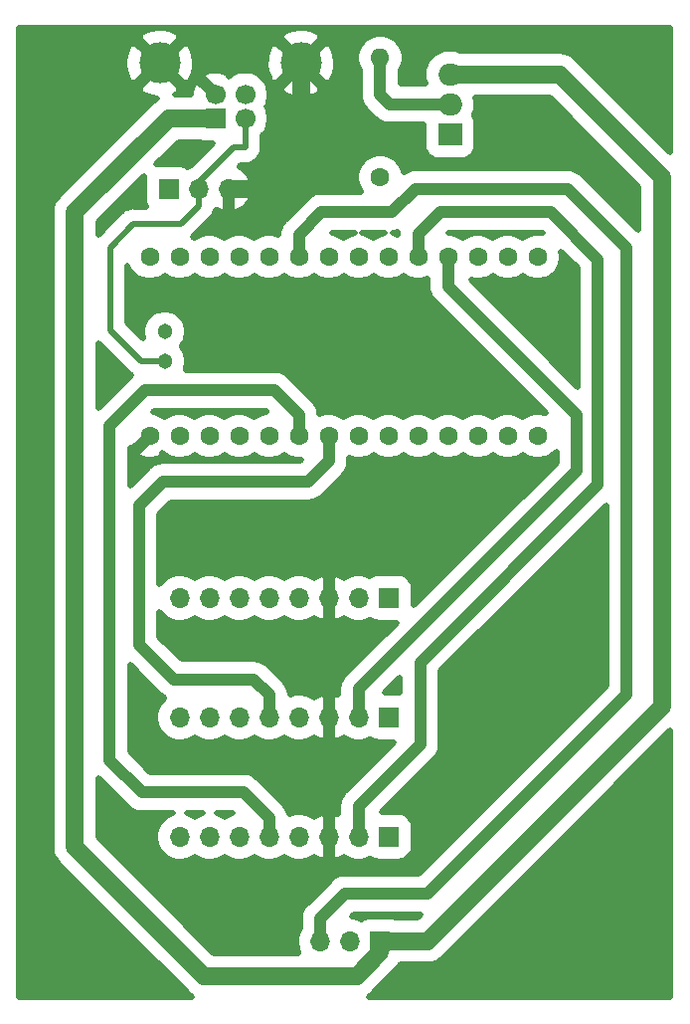
<source format=gtl>
G04 #@! TF.GenerationSoftware,KiCad,Pcbnew,(5.1.9)-1*
G04 #@! TF.CreationDate,2021-03-04T10:53:28+07:00*
G04 #@! TF.ProjectId,Motherboard Schematics,4d6f7468-6572-4626-9f61-726420536368,rev?*
G04 #@! TF.SameCoordinates,PX7ed6b40PY8b3c880*
G04 #@! TF.FileFunction,Copper,L1,Top*
G04 #@! TF.FilePolarity,Positive*
%FSLAX46Y46*%
G04 Gerber Fmt 4.6, Leading zero omitted, Abs format (unit mm)*
G04 Created by KiCad (PCBNEW (5.1.9)-1) date 2021-03-04 10:53:28*
%MOMM*%
%LPD*%
G01*
G04 APERTURE LIST*
G04 #@! TA.AperFunction,ComponentPad*
%ADD10O,1.700000X1.700000*%
G04 #@! TD*
G04 #@! TA.AperFunction,ComponentPad*
%ADD11R,1.700000X1.700000*%
G04 #@! TD*
G04 #@! TA.AperFunction,ComponentPad*
%ADD12O,2.000000X1.905000*%
G04 #@! TD*
G04 #@! TA.AperFunction,ComponentPad*
%ADD13R,2.000000X1.905000*%
G04 #@! TD*
G04 #@! TA.AperFunction,ComponentPad*
%ADD14O,1.600000X1.600000*%
G04 #@! TD*
G04 #@! TA.AperFunction,ComponentPad*
%ADD15C,1.600000*%
G04 #@! TD*
G04 #@! TA.AperFunction,ComponentPad*
%ADD16C,1.304000*%
G04 #@! TD*
G04 #@! TA.AperFunction,ComponentPad*
%ADD17C,3.500000*%
G04 #@! TD*
G04 #@! TA.AperFunction,ComponentPad*
%ADD18C,1.700000*%
G04 #@! TD*
G04 #@! TA.AperFunction,ViaPad*
%ADD19C,3.500000*%
G04 #@! TD*
G04 #@! TA.AperFunction,Conductor*
%ADD20C,1.500000*%
G04 #@! TD*
G04 #@! TA.AperFunction,Conductor*
%ADD21C,1.000000*%
G04 #@! TD*
G04 #@! TA.AperFunction,Conductor*
%ADD22C,0.500000*%
G04 #@! TD*
G04 #@! TA.AperFunction,Conductor*
%ADD23C,0.100000*%
G04 #@! TD*
G04 #@! TA.AperFunction,NonConductor*
%ADD24C,0.500000*%
G04 #@! TD*
G04 #@! TA.AperFunction,NonConductor*
%ADD25C,0.100000*%
G04 #@! TD*
G04 APERTURE END LIST*
D10*
X19080000Y70000000D03*
X16540000Y70000000D03*
D11*
X14000000Y70000000D03*
D12*
X37950000Y79740000D03*
X37950000Y77200000D03*
D13*
X37950000Y74660000D03*
D14*
X32000000Y81160000D03*
D15*
X32000000Y71000000D03*
D16*
X13660000Y57870000D03*
X13660000Y55330000D03*
D15*
X12390000Y48980000D03*
X14930000Y48980000D03*
X17470000Y48980000D03*
X20010000Y48980000D03*
X22550000Y48980000D03*
X25090000Y48980000D03*
X27630000Y48980000D03*
X30170000Y48980000D03*
X32710000Y48980000D03*
X35250000Y48980000D03*
X37790000Y48980000D03*
X40330000Y48980000D03*
X42870000Y48980000D03*
X12390000Y64220000D03*
X14930000Y64220000D03*
X17470000Y64220000D03*
X20010000Y64220000D03*
X22550000Y64220000D03*
X25090000Y64220000D03*
X27630000Y64220000D03*
X30170000Y64220000D03*
X32710000Y64220000D03*
X35250000Y64220000D03*
X37790000Y64220000D03*
X40330000Y64220000D03*
X42870000Y64220000D03*
X45410000Y48980000D03*
X45410000Y64220000D03*
D17*
X25270000Y80710000D03*
X13230000Y80710000D03*
D18*
X18000000Y78000000D03*
X20500000Y78000000D03*
X20500000Y76000000D03*
D11*
X18000000Y76000000D03*
D10*
X26930000Y5990000D03*
X29470000Y5990000D03*
D11*
X32010000Y5990000D03*
D10*
X14944999Y14880000D03*
X17484999Y14880000D03*
X20024999Y14880000D03*
X22564999Y14880000D03*
X25104999Y14880000D03*
X27644999Y14880000D03*
X30184999Y14880000D03*
D11*
X32724999Y14880000D03*
D10*
X14944999Y25040000D03*
X17484999Y25040000D03*
X20024999Y25040000D03*
X22564999Y25040000D03*
X25104999Y25040000D03*
X27644999Y25040000D03*
X30184999Y25040000D03*
D11*
X32724999Y25040000D03*
D10*
X14944999Y35200000D03*
X17484999Y35200000D03*
X20024999Y35200000D03*
X22564999Y35200000D03*
X25104999Y35200000D03*
X27644999Y35200000D03*
X30184999Y35200000D03*
D11*
X32724999Y35200000D03*
D19*
X53000000Y80000000D03*
X53000000Y5000000D03*
X5000000Y5000000D03*
X5000000Y80000000D03*
D20*
X19080000Y70000000D02*
X22000000Y70000000D01*
X25270000Y73270000D02*
X25270000Y80710000D01*
X22000000Y70000000D02*
X25270000Y73270000D01*
X18000000Y76000000D02*
X14000000Y76000000D01*
X14000000Y76000000D02*
X6000000Y68000000D01*
X6000000Y68000000D02*
X6000000Y14000000D01*
X6000000Y14000000D02*
X17000000Y3000000D01*
D21*
X32000000Y5980000D02*
X32010000Y5990000D01*
D20*
X17000000Y3000000D02*
X30000000Y3000000D01*
X32010000Y5010000D02*
X32010000Y5990000D01*
X30000000Y3000000D02*
X32010000Y5010000D01*
X40310622Y79740000D02*
X37950000Y79740000D01*
X56000000Y71000000D02*
X47260000Y79740000D01*
X56000000Y26000000D02*
X56000000Y71000000D01*
X36000000Y6000000D02*
X56000000Y26000000D01*
X34370000Y6000000D02*
X36000000Y6000000D01*
X34360000Y5990000D02*
X34370000Y6000000D01*
X47260000Y79740000D02*
X37950000Y79740000D01*
X32010000Y5990000D02*
X34360000Y5990000D01*
D21*
X27630000Y48980000D02*
X27630000Y46830000D01*
X27630000Y46830000D02*
X25900000Y45100000D01*
X25900000Y45100000D02*
X13500000Y45100000D01*
X13500000Y45100000D02*
X11450000Y43050000D01*
X11450000Y43050000D02*
X11450000Y31200000D01*
X11450000Y31200000D02*
X14400000Y28250000D01*
X14400000Y28250000D02*
X21250000Y28250000D01*
X22564999Y26935001D02*
X22564999Y25040000D01*
X21250000Y28250000D02*
X22564999Y26935001D01*
X30184999Y26242081D02*
X30200000Y26257082D01*
X30184999Y25040000D02*
X30184999Y26242081D01*
X30200000Y26257082D02*
X30200000Y27450000D01*
X30200000Y27450000D02*
X48750000Y46000000D01*
X48750000Y46000000D02*
X48750000Y50750000D01*
X37790000Y61710000D02*
X37790000Y64220000D01*
X48750000Y50750000D02*
X37790000Y61710000D01*
X25090000Y48980000D02*
X25090000Y50760000D01*
X25090000Y50760000D02*
X23000000Y52850000D01*
X23000000Y52850000D02*
X12000000Y52850000D01*
X12000000Y52850000D02*
X8950000Y49800000D01*
X8950000Y49800000D02*
X8950000Y21400000D01*
X8950000Y21400000D02*
X11700000Y18650000D01*
X11700000Y18650000D02*
X20350000Y18650000D01*
X22564999Y16435001D02*
X22564999Y14880000D01*
X20350000Y18650000D02*
X22564999Y16435001D01*
X30184999Y14880000D02*
X30184999Y17484999D01*
X30184999Y17484999D02*
X35400000Y22700000D01*
X35400000Y22700000D02*
X35400000Y29700000D01*
X35400000Y29700000D02*
X50550000Y44850000D01*
X50550000Y44850000D02*
X50550000Y64000000D01*
X50550000Y64000000D02*
X46500000Y68050000D01*
X46500000Y68050000D02*
X37150000Y68050000D01*
X35250000Y66150000D02*
X35250000Y64220000D01*
X37150000Y68050000D02*
X35250000Y66150000D01*
X25090000Y66090000D02*
X25090000Y64220000D01*
X27000000Y68000000D02*
X25090000Y66090000D01*
X33000000Y68000000D02*
X27000000Y68000000D01*
X48000000Y70000000D02*
X35000000Y70000000D01*
X53000000Y27000000D02*
X53000000Y65000000D01*
X36000000Y10000000D02*
X53000000Y27000000D01*
X29000000Y10000000D02*
X36000000Y10000000D01*
X53000000Y65000000D02*
X48000000Y70000000D01*
X26930000Y7930000D02*
X29000000Y10000000D01*
X35000000Y70000000D02*
X33000000Y68000000D01*
X26930000Y5990000D02*
X26930000Y7930000D01*
D22*
X20500000Y76000000D02*
X20500000Y73500000D01*
X11000000Y67000000D02*
X9000000Y65000000D01*
X9000000Y65000000D02*
X9000000Y58000000D01*
X11670000Y55330000D02*
X13660000Y55330000D01*
X9000000Y58000000D02*
X11670000Y55330000D01*
X16540000Y70540000D02*
X16540000Y70000000D01*
X19500000Y73500000D02*
X16540000Y70540000D01*
X20500000Y73500000D02*
X19500000Y73500000D01*
X16540000Y70000000D02*
X16540000Y68540000D01*
X15000000Y67000000D02*
X12000000Y67000000D01*
X16540000Y68540000D02*
X15000000Y67000000D01*
X12000000Y67000000D02*
X11000000Y67000000D01*
X14000000Y67000000D02*
X12000000Y67000000D01*
D21*
X36800000Y77200000D02*
X37950000Y77200000D01*
X32000000Y81160000D02*
X32000000Y78000000D01*
X32800000Y77200000D02*
X37950000Y77200000D01*
X32000000Y78000000D02*
X32800000Y77200000D01*
D22*
X56725000Y73103427D02*
X48743691Y81084735D01*
X48681056Y81161056D01*
X48376517Y81410985D01*
X48029070Y81596699D01*
X47652069Y81711062D01*
X47358253Y81740000D01*
X47358243Y81740000D01*
X47260000Y81749676D01*
X47161757Y81740000D01*
X38928047Y81740000D01*
X38844438Y81784690D01*
X38429265Y81910631D01*
X38105693Y81942500D01*
X37794307Y81942500D01*
X37470735Y81910631D01*
X37055562Y81784690D01*
X36672936Y81580172D01*
X36337562Y81304938D01*
X36062328Y80969564D01*
X35857810Y80586938D01*
X35731869Y80171765D01*
X35689344Y79740000D01*
X35731869Y79308235D01*
X35840538Y78950000D01*
X33750000Y78950000D01*
X33750000Y80089158D01*
X33816686Y80188961D01*
X33971220Y80562037D01*
X34050000Y80958093D01*
X34050000Y81361907D01*
X33971220Y81757963D01*
X33816686Y82131039D01*
X33592339Y82466799D01*
X33306799Y82752339D01*
X32971039Y82976686D01*
X32597963Y83131220D01*
X32201907Y83210000D01*
X31798093Y83210000D01*
X31402037Y83131220D01*
X31028961Y82976686D01*
X30693201Y82752339D01*
X30407661Y82466799D01*
X30183314Y82131039D01*
X30028780Y81757963D01*
X29950000Y81361907D01*
X29950000Y80958093D01*
X30028780Y80562037D01*
X30183314Y80188961D01*
X30250000Y80089158D01*
X30250001Y78085975D01*
X30241533Y78000000D01*
X30268076Y77730510D01*
X30275322Y77656940D01*
X30345589Y77425301D01*
X30375389Y77327064D01*
X30537888Y77023048D01*
X30684491Y76844413D01*
X30756577Y76756576D01*
X30823351Y76701776D01*
X31501771Y76023356D01*
X31556576Y75956576D01*
X31823048Y75737888D01*
X32127064Y75575388D01*
X32456940Y75475321D01*
X32714032Y75450000D01*
X32714034Y75450000D01*
X32800000Y75441533D01*
X32885966Y75450000D01*
X35693952Y75450000D01*
X35693952Y73707500D01*
X35718087Y73462457D01*
X35789563Y73226831D01*
X35905634Y73009677D01*
X36061840Y72819340D01*
X36252177Y72663134D01*
X36469331Y72547063D01*
X36704957Y72475587D01*
X36950000Y72451452D01*
X38950000Y72451452D01*
X39195043Y72475587D01*
X39430669Y72547063D01*
X39647823Y72663134D01*
X39838160Y72819340D01*
X39994366Y73009677D01*
X40110437Y73226831D01*
X40181913Y73462457D01*
X40206048Y73707500D01*
X40206048Y75612500D01*
X40181913Y75857543D01*
X40110437Y76093169D01*
X40006856Y76286956D01*
X40042190Y76353062D01*
X40168131Y76768235D01*
X40210656Y77200000D01*
X40168131Y77631765D01*
X40135298Y77740000D01*
X46431574Y77740000D01*
X54000001Y70171572D01*
X54000001Y66474873D01*
X49298229Y71176644D01*
X49243424Y71243424D01*
X48976952Y71462112D01*
X48672936Y71624612D01*
X48343060Y71724679D01*
X48085968Y71750000D01*
X48085965Y71750000D01*
X48000000Y71758467D01*
X47914035Y71750000D01*
X35085957Y71750000D01*
X34999999Y71758466D01*
X34914041Y71750000D01*
X34914032Y71750000D01*
X34656940Y71724679D01*
X34327064Y71624612D01*
X34185547Y71548970D01*
X34023047Y71462112D01*
X34001723Y71444612D01*
X33971220Y71597963D01*
X33816686Y71971039D01*
X33592339Y72306799D01*
X33306799Y72592339D01*
X32971039Y72816686D01*
X32597963Y72971220D01*
X32201907Y73050000D01*
X31798093Y73050000D01*
X31402037Y72971220D01*
X31028961Y72816686D01*
X30693201Y72592339D01*
X30407661Y72306799D01*
X30183314Y71971039D01*
X30028780Y71597963D01*
X29950000Y71201907D01*
X29950000Y70798093D01*
X30028780Y70402037D01*
X30183314Y70028961D01*
X30369709Y69750000D01*
X27085965Y69750000D01*
X27000000Y69758467D01*
X26914034Y69750000D01*
X26914032Y69750000D01*
X26656940Y69724679D01*
X26327064Y69624612D01*
X26185547Y69548970D01*
X26023047Y69462112D01*
X25858490Y69327063D01*
X25756576Y69243424D01*
X25701776Y69176650D01*
X23913355Y67388228D01*
X23846576Y67333424D01*
X23732775Y67194756D01*
X23627888Y67066952D01*
X23592102Y67000000D01*
X23465388Y66762935D01*
X23365321Y66433059D01*
X23341502Y66191220D01*
X23333916Y66114195D01*
X23147963Y66191220D01*
X22751907Y66270000D01*
X22348093Y66270000D01*
X21952037Y66191220D01*
X21578961Y66036686D01*
X21280000Y65836927D01*
X20981039Y66036686D01*
X20607963Y66191220D01*
X20211907Y66270000D01*
X19808093Y66270000D01*
X19412037Y66191220D01*
X19038961Y66036686D01*
X18740000Y65836927D01*
X18441039Y66036686D01*
X18067963Y66191220D01*
X17671907Y66270000D01*
X17268093Y66270000D01*
X16872037Y66191220D01*
X16498961Y66036686D01*
X16200000Y65836927D01*
X16060683Y65930015D01*
X16065792Y65934208D01*
X16112769Y65991450D01*
X17548555Y67427235D01*
X17605792Y67474208D01*
X17793238Y67702613D01*
X17932524Y67963198D01*
X18004994Y68202100D01*
X18056679Y68166194D01*
X18434100Y68001790D01*
X18506902Y67979713D01*
X18830000Y68230069D01*
X18830000Y69750000D01*
X19330000Y69750000D01*
X19330000Y68230069D01*
X19653098Y67979713D01*
X19725900Y68001790D01*
X20103321Y68166194D01*
X20441416Y68401070D01*
X20727193Y68697392D01*
X20949669Y69043773D01*
X21100294Y69426901D01*
X20852573Y69750000D01*
X19330000Y69750000D01*
X18830000Y69750000D01*
X18810000Y69750000D01*
X18810000Y70250000D01*
X18830000Y70250000D01*
X18830000Y70270000D01*
X19330000Y70270000D01*
X19330000Y70250000D01*
X20852573Y70250000D01*
X21100294Y70573099D01*
X20949669Y70956227D01*
X20727193Y71302608D01*
X20441416Y71598930D01*
X20103321Y71833806D01*
X20000092Y71878772D01*
X20121320Y72000000D01*
X20426320Y72000000D01*
X20500000Y71992743D01*
X20573680Y72000000D01*
X20794051Y72021705D01*
X21076802Y72107476D01*
X21337387Y72246762D01*
X21565792Y72434208D01*
X21753238Y72662613D01*
X21892524Y72923198D01*
X21978295Y73205949D01*
X22007257Y73500000D01*
X22000000Y73573680D01*
X22000000Y74530151D01*
X22131177Y74661328D01*
X22360996Y75005277D01*
X22519298Y75387453D01*
X22600000Y75793168D01*
X22600000Y76206832D01*
X22519298Y76612547D01*
X22360996Y76994723D01*
X22357470Y77000000D01*
X22360996Y77005277D01*
X22519298Y77387453D01*
X22600000Y77793168D01*
X22600000Y78206832D01*
X22519298Y78612547D01*
X22511736Y78630805D01*
X23544358Y78630805D01*
X23706470Y78132659D01*
X24239326Y77877153D01*
X24811791Y77730510D01*
X25401865Y77698368D01*
X25986871Y77781961D01*
X26544329Y77978077D01*
X26833530Y78132659D01*
X26995642Y78630805D01*
X25270000Y80356447D01*
X23544358Y78630805D01*
X22511736Y78630805D01*
X22360996Y78994723D01*
X22131177Y79338672D01*
X21838672Y79631177D01*
X21494723Y79860996D01*
X21112547Y80019298D01*
X20706832Y80100000D01*
X20293168Y80100000D01*
X19887453Y80019298D01*
X19505277Y79860996D01*
X19161328Y79631177D01*
X19068668Y79538517D01*
X19029332Y79842079D01*
X18650181Y80007497D01*
X18246045Y80095767D01*
X17832454Y80103498D01*
X17425301Y80030394D01*
X17040233Y79879263D01*
X16970668Y79842079D01*
X16917991Y79435563D01*
X18000000Y78353553D01*
X18014143Y78367695D01*
X18275790Y78106048D01*
X17540399Y78106048D01*
X16564437Y79082009D01*
X16157921Y79029332D01*
X15992503Y78650181D01*
X15904233Y78246045D01*
X15899634Y78000000D01*
X14545344Y78000000D01*
X14793530Y78132659D01*
X14955642Y78630805D01*
X13230000Y80356447D01*
X11504358Y78630805D01*
X11666470Y78132659D01*
X12199326Y77877153D01*
X12771791Y77730510D01*
X12974217Y77719484D01*
X12883482Y77670985D01*
X12727606Y77543060D01*
X12578944Y77421056D01*
X12516313Y77344740D01*
X4655265Y69483691D01*
X4578944Y69421056D01*
X4329015Y69116517D01*
X4143301Y68769069D01*
X4028938Y68392068D01*
X4000000Y68098252D01*
X4000000Y68098243D01*
X3990324Y68000000D01*
X4000000Y67901757D01*
X4000001Y14098253D01*
X3990324Y14000000D01*
X4028939Y13607932D01*
X4143301Y13230931D01*
X4329015Y12883484D01*
X4348524Y12859713D01*
X4578945Y12578944D01*
X4655261Y12516313D01*
X15516313Y1655260D01*
X15578944Y1578944D01*
X15883483Y1329015D01*
X15984538Y1275000D01*
X1275000Y1275000D01*
X1275000Y80578135D01*
X10218368Y80578135D01*
X10301961Y79993129D01*
X10498077Y79435671D01*
X10652659Y79146470D01*
X11150805Y78984358D01*
X12876447Y80710000D01*
X13583553Y80710000D01*
X15309195Y78984358D01*
X15807341Y79146470D01*
X16062847Y79679326D01*
X16209490Y80251791D01*
X16227266Y80578135D01*
X22258368Y80578135D01*
X22341961Y79993129D01*
X22538077Y79435671D01*
X22692659Y79146470D01*
X23190805Y78984358D01*
X24916447Y80710000D01*
X25623553Y80710000D01*
X27349195Y78984358D01*
X27847341Y79146470D01*
X28102847Y79679326D01*
X28249490Y80251791D01*
X28281632Y80841865D01*
X28198039Y81426871D01*
X28001923Y81984329D01*
X27847341Y82273530D01*
X27349195Y82435642D01*
X25623553Y80710000D01*
X24916447Y80710000D01*
X23190805Y82435642D01*
X22692659Y82273530D01*
X22437153Y81740674D01*
X22290510Y81168209D01*
X22258368Y80578135D01*
X16227266Y80578135D01*
X16241632Y80841865D01*
X16158039Y81426871D01*
X15961923Y81984329D01*
X15807341Y82273530D01*
X15309195Y82435642D01*
X13583553Y80710000D01*
X12876447Y80710000D01*
X11150805Y82435642D01*
X10652659Y82273530D01*
X10397153Y81740674D01*
X10250510Y81168209D01*
X10218368Y80578135D01*
X1275000Y80578135D01*
X1275000Y82789195D01*
X11504358Y82789195D01*
X13230000Y81063553D01*
X14955642Y82789195D01*
X23544358Y82789195D01*
X25270000Y81063553D01*
X26995642Y82789195D01*
X26833530Y83287341D01*
X26300674Y83542847D01*
X25728209Y83689490D01*
X25138135Y83721632D01*
X24553129Y83638039D01*
X23995671Y83441923D01*
X23706470Y83287341D01*
X23544358Y82789195D01*
X14955642Y82789195D01*
X14793530Y83287341D01*
X14260674Y83542847D01*
X13688209Y83689490D01*
X13098135Y83721632D01*
X12513129Y83638039D01*
X11955671Y83441923D01*
X11666470Y83287341D01*
X11504358Y82789195D01*
X1275000Y82789195D01*
X1275000Y83725000D01*
X56725000Y83725000D01*
X56725000Y73103427D01*
G04 #@! TA.AperFunction,Conductor*
D23*
G36*
X56725000Y73103427D02*
G01*
X48743691Y81084735D01*
X48681056Y81161056D01*
X48376517Y81410985D01*
X48029070Y81596699D01*
X47652069Y81711062D01*
X47358253Y81740000D01*
X47358243Y81740000D01*
X47260000Y81749676D01*
X47161757Y81740000D01*
X38928047Y81740000D01*
X38844438Y81784690D01*
X38429265Y81910631D01*
X38105693Y81942500D01*
X37794307Y81942500D01*
X37470735Y81910631D01*
X37055562Y81784690D01*
X36672936Y81580172D01*
X36337562Y81304938D01*
X36062328Y80969564D01*
X35857810Y80586938D01*
X35731869Y80171765D01*
X35689344Y79740000D01*
X35731869Y79308235D01*
X35840538Y78950000D01*
X33750000Y78950000D01*
X33750000Y80089158D01*
X33816686Y80188961D01*
X33971220Y80562037D01*
X34050000Y80958093D01*
X34050000Y81361907D01*
X33971220Y81757963D01*
X33816686Y82131039D01*
X33592339Y82466799D01*
X33306799Y82752339D01*
X32971039Y82976686D01*
X32597963Y83131220D01*
X32201907Y83210000D01*
X31798093Y83210000D01*
X31402037Y83131220D01*
X31028961Y82976686D01*
X30693201Y82752339D01*
X30407661Y82466799D01*
X30183314Y82131039D01*
X30028780Y81757963D01*
X29950000Y81361907D01*
X29950000Y80958093D01*
X30028780Y80562037D01*
X30183314Y80188961D01*
X30250000Y80089158D01*
X30250001Y78085975D01*
X30241533Y78000000D01*
X30268076Y77730510D01*
X30275322Y77656940D01*
X30345589Y77425301D01*
X30375389Y77327064D01*
X30537888Y77023048D01*
X30684491Y76844413D01*
X30756577Y76756576D01*
X30823351Y76701776D01*
X31501771Y76023356D01*
X31556576Y75956576D01*
X31823048Y75737888D01*
X32127064Y75575388D01*
X32456940Y75475321D01*
X32714032Y75450000D01*
X32714034Y75450000D01*
X32800000Y75441533D01*
X32885966Y75450000D01*
X35693952Y75450000D01*
X35693952Y73707500D01*
X35718087Y73462457D01*
X35789563Y73226831D01*
X35905634Y73009677D01*
X36061840Y72819340D01*
X36252177Y72663134D01*
X36469331Y72547063D01*
X36704957Y72475587D01*
X36950000Y72451452D01*
X38950000Y72451452D01*
X39195043Y72475587D01*
X39430669Y72547063D01*
X39647823Y72663134D01*
X39838160Y72819340D01*
X39994366Y73009677D01*
X40110437Y73226831D01*
X40181913Y73462457D01*
X40206048Y73707500D01*
X40206048Y75612500D01*
X40181913Y75857543D01*
X40110437Y76093169D01*
X40006856Y76286956D01*
X40042190Y76353062D01*
X40168131Y76768235D01*
X40210656Y77200000D01*
X40168131Y77631765D01*
X40135298Y77740000D01*
X46431574Y77740000D01*
X54000001Y70171572D01*
X54000001Y66474873D01*
X49298229Y71176644D01*
X49243424Y71243424D01*
X48976952Y71462112D01*
X48672936Y71624612D01*
X48343060Y71724679D01*
X48085968Y71750000D01*
X48085965Y71750000D01*
X48000000Y71758467D01*
X47914035Y71750000D01*
X35085957Y71750000D01*
X34999999Y71758466D01*
X34914041Y71750000D01*
X34914032Y71750000D01*
X34656940Y71724679D01*
X34327064Y71624612D01*
X34185547Y71548970D01*
X34023047Y71462112D01*
X34001723Y71444612D01*
X33971220Y71597963D01*
X33816686Y71971039D01*
X33592339Y72306799D01*
X33306799Y72592339D01*
X32971039Y72816686D01*
X32597963Y72971220D01*
X32201907Y73050000D01*
X31798093Y73050000D01*
X31402037Y72971220D01*
X31028961Y72816686D01*
X30693201Y72592339D01*
X30407661Y72306799D01*
X30183314Y71971039D01*
X30028780Y71597963D01*
X29950000Y71201907D01*
X29950000Y70798093D01*
X30028780Y70402037D01*
X30183314Y70028961D01*
X30369709Y69750000D01*
X27085965Y69750000D01*
X27000000Y69758467D01*
X26914034Y69750000D01*
X26914032Y69750000D01*
X26656940Y69724679D01*
X26327064Y69624612D01*
X26185547Y69548970D01*
X26023047Y69462112D01*
X25858490Y69327063D01*
X25756576Y69243424D01*
X25701776Y69176650D01*
X23913355Y67388228D01*
X23846576Y67333424D01*
X23732775Y67194756D01*
X23627888Y67066952D01*
X23592102Y67000000D01*
X23465388Y66762935D01*
X23365321Y66433059D01*
X23341502Y66191220D01*
X23333916Y66114195D01*
X23147963Y66191220D01*
X22751907Y66270000D01*
X22348093Y66270000D01*
X21952037Y66191220D01*
X21578961Y66036686D01*
X21280000Y65836927D01*
X20981039Y66036686D01*
X20607963Y66191220D01*
X20211907Y66270000D01*
X19808093Y66270000D01*
X19412037Y66191220D01*
X19038961Y66036686D01*
X18740000Y65836927D01*
X18441039Y66036686D01*
X18067963Y66191220D01*
X17671907Y66270000D01*
X17268093Y66270000D01*
X16872037Y66191220D01*
X16498961Y66036686D01*
X16200000Y65836927D01*
X16060683Y65930015D01*
X16065792Y65934208D01*
X16112769Y65991450D01*
X17548555Y67427235D01*
X17605792Y67474208D01*
X17793238Y67702613D01*
X17932524Y67963198D01*
X18004994Y68202100D01*
X18056679Y68166194D01*
X18434100Y68001790D01*
X18506902Y67979713D01*
X18830000Y68230069D01*
X18830000Y69750000D01*
X19330000Y69750000D01*
X19330000Y68230069D01*
X19653098Y67979713D01*
X19725900Y68001790D01*
X20103321Y68166194D01*
X20441416Y68401070D01*
X20727193Y68697392D01*
X20949669Y69043773D01*
X21100294Y69426901D01*
X20852573Y69750000D01*
X19330000Y69750000D01*
X18830000Y69750000D01*
X18810000Y69750000D01*
X18810000Y70250000D01*
X18830000Y70250000D01*
X18830000Y70270000D01*
X19330000Y70270000D01*
X19330000Y70250000D01*
X20852573Y70250000D01*
X21100294Y70573099D01*
X20949669Y70956227D01*
X20727193Y71302608D01*
X20441416Y71598930D01*
X20103321Y71833806D01*
X20000092Y71878772D01*
X20121320Y72000000D01*
X20426320Y72000000D01*
X20500000Y71992743D01*
X20573680Y72000000D01*
X20794051Y72021705D01*
X21076802Y72107476D01*
X21337387Y72246762D01*
X21565792Y72434208D01*
X21753238Y72662613D01*
X21892524Y72923198D01*
X21978295Y73205949D01*
X22007257Y73500000D01*
X22000000Y73573680D01*
X22000000Y74530151D01*
X22131177Y74661328D01*
X22360996Y75005277D01*
X22519298Y75387453D01*
X22600000Y75793168D01*
X22600000Y76206832D01*
X22519298Y76612547D01*
X22360996Y76994723D01*
X22357470Y77000000D01*
X22360996Y77005277D01*
X22519298Y77387453D01*
X22600000Y77793168D01*
X22600000Y78206832D01*
X22519298Y78612547D01*
X22511736Y78630805D01*
X23544358Y78630805D01*
X23706470Y78132659D01*
X24239326Y77877153D01*
X24811791Y77730510D01*
X25401865Y77698368D01*
X25986871Y77781961D01*
X26544329Y77978077D01*
X26833530Y78132659D01*
X26995642Y78630805D01*
X25270000Y80356447D01*
X23544358Y78630805D01*
X22511736Y78630805D01*
X22360996Y78994723D01*
X22131177Y79338672D01*
X21838672Y79631177D01*
X21494723Y79860996D01*
X21112547Y80019298D01*
X20706832Y80100000D01*
X20293168Y80100000D01*
X19887453Y80019298D01*
X19505277Y79860996D01*
X19161328Y79631177D01*
X19068668Y79538517D01*
X19029332Y79842079D01*
X18650181Y80007497D01*
X18246045Y80095767D01*
X17832454Y80103498D01*
X17425301Y80030394D01*
X17040233Y79879263D01*
X16970668Y79842079D01*
X16917991Y79435563D01*
X18000000Y78353553D01*
X18014143Y78367695D01*
X18275790Y78106048D01*
X17540399Y78106048D01*
X16564437Y79082009D01*
X16157921Y79029332D01*
X15992503Y78650181D01*
X15904233Y78246045D01*
X15899634Y78000000D01*
X14545344Y78000000D01*
X14793530Y78132659D01*
X14955642Y78630805D01*
X13230000Y80356447D01*
X11504358Y78630805D01*
X11666470Y78132659D01*
X12199326Y77877153D01*
X12771791Y77730510D01*
X12974217Y77719484D01*
X12883482Y77670985D01*
X12727606Y77543060D01*
X12578944Y77421056D01*
X12516313Y77344740D01*
X4655265Y69483691D01*
X4578944Y69421056D01*
X4329015Y69116517D01*
X4143301Y68769069D01*
X4028938Y68392068D01*
X4000000Y68098252D01*
X4000000Y68098243D01*
X3990324Y68000000D01*
X4000000Y67901757D01*
X4000001Y14098253D01*
X3990324Y14000000D01*
X4028939Y13607932D01*
X4143301Y13230931D01*
X4329015Y12883484D01*
X4348524Y12859713D01*
X4578945Y12578944D01*
X4655261Y12516313D01*
X15516313Y1655260D01*
X15578944Y1578944D01*
X15883483Y1329015D01*
X15984538Y1275000D01*
X1275000Y1275000D01*
X1275000Y80578135D01*
X10218368Y80578135D01*
X10301961Y79993129D01*
X10498077Y79435671D01*
X10652659Y79146470D01*
X11150805Y78984358D01*
X12876447Y80710000D01*
X13583553Y80710000D01*
X15309195Y78984358D01*
X15807341Y79146470D01*
X16062847Y79679326D01*
X16209490Y80251791D01*
X16227266Y80578135D01*
X22258368Y80578135D01*
X22341961Y79993129D01*
X22538077Y79435671D01*
X22692659Y79146470D01*
X23190805Y78984358D01*
X24916447Y80710000D01*
X25623553Y80710000D01*
X27349195Y78984358D01*
X27847341Y79146470D01*
X28102847Y79679326D01*
X28249490Y80251791D01*
X28281632Y80841865D01*
X28198039Y81426871D01*
X28001923Y81984329D01*
X27847341Y82273530D01*
X27349195Y82435642D01*
X25623553Y80710000D01*
X24916447Y80710000D01*
X23190805Y82435642D01*
X22692659Y82273530D01*
X22437153Y81740674D01*
X22290510Y81168209D01*
X22258368Y80578135D01*
X16227266Y80578135D01*
X16241632Y80841865D01*
X16158039Y81426871D01*
X15961923Y81984329D01*
X15807341Y82273530D01*
X15309195Y82435642D01*
X13583553Y80710000D01*
X12876447Y80710000D01*
X11150805Y82435642D01*
X10652659Y82273530D01*
X10397153Y81740674D01*
X10250510Y81168209D01*
X10218368Y80578135D01*
X1275000Y80578135D01*
X1275000Y82789195D01*
X11504358Y82789195D01*
X13230000Y81063553D01*
X14955642Y82789195D01*
X23544358Y82789195D01*
X25270000Y81063553D01*
X26995642Y82789195D01*
X26833530Y83287341D01*
X26300674Y83542847D01*
X25728209Y83689490D01*
X25138135Y83721632D01*
X24553129Y83638039D01*
X23995671Y83441923D01*
X23706470Y83287341D01*
X23544358Y82789195D01*
X14955642Y82789195D01*
X14793530Y83287341D01*
X14260674Y83542847D01*
X13688209Y83689490D01*
X13098135Y83721632D01*
X12513129Y83638039D01*
X11955671Y83441923D01*
X11666470Y83287341D01*
X11504358Y82789195D01*
X1275000Y82789195D01*
X1275000Y83725000D01*
X56725000Y83725000D01*
X56725000Y73103427D01*
G37*
G04 #@! TD.AperFunction*
D22*
X56725001Y1275000D02*
X31015462Y1275000D01*
X31116517Y1329015D01*
X31421056Y1578944D01*
X31483691Y1655265D01*
X33354740Y3526313D01*
X33431056Y3588944D01*
X33680985Y3893483D01*
X33732574Y3990000D01*
X34261757Y3990000D01*
X34360000Y3980324D01*
X34458243Y3990000D01*
X34458253Y3990000D01*
X34559786Y4000000D01*
X35901757Y4000000D01*
X36000000Y3990324D01*
X36098243Y4000000D01*
X36098253Y4000000D01*
X36392069Y4028938D01*
X36769070Y4143301D01*
X37116517Y4329015D01*
X37421056Y4578944D01*
X37483692Y4655266D01*
X56725001Y23896574D01*
X56725001Y1275000D01*
G04 #@! TA.AperFunction,Conductor*
D23*
G36*
X56725001Y1275000D02*
G01*
X31015462Y1275000D01*
X31116517Y1329015D01*
X31421056Y1578944D01*
X31483691Y1655265D01*
X33354740Y3526313D01*
X33431056Y3588944D01*
X33680985Y3893483D01*
X33732574Y3990000D01*
X34261757Y3990000D01*
X34360000Y3980324D01*
X34458243Y3990000D01*
X34458253Y3990000D01*
X34559786Y4000000D01*
X35901757Y4000000D01*
X36000000Y3990324D01*
X36098243Y4000000D01*
X36098253Y4000000D01*
X36392069Y4028938D01*
X36769070Y4143301D01*
X37116517Y4329015D01*
X37421056Y4578944D01*
X37483692Y4655266D01*
X56725001Y23896574D01*
X56725001Y1275000D01*
G37*
G04 #@! TD.AperFunction*
D22*
X47000000Y46724874D02*
X34831047Y34555920D01*
X34831047Y36050000D01*
X34806912Y36295043D01*
X34735436Y36530669D01*
X34619365Y36747823D01*
X34463159Y36938160D01*
X34272822Y37094366D01*
X34055668Y37210437D01*
X33820042Y37281913D01*
X33574999Y37306048D01*
X31874999Y37306048D01*
X31629956Y37281913D01*
X31394330Y37210437D01*
X31177176Y37094366D01*
X31151007Y37072890D01*
X30797546Y37219298D01*
X30391831Y37300000D01*
X29978167Y37300000D01*
X29572452Y37219298D01*
X29190276Y37060996D01*
X28904268Y36869892D01*
X28668320Y37033806D01*
X28290899Y37198210D01*
X28218097Y37220287D01*
X27894999Y36969931D01*
X27894999Y35450000D01*
X27914999Y35450000D01*
X27914999Y34950000D01*
X27894999Y34950000D01*
X27894999Y33430069D01*
X28218097Y33179713D01*
X28290899Y33201790D01*
X28668320Y33366194D01*
X28904268Y33530108D01*
X29190276Y33339004D01*
X29572452Y33180702D01*
X29978167Y33100000D01*
X30391831Y33100000D01*
X30797546Y33180702D01*
X31151007Y33327110D01*
X31177176Y33305634D01*
X31394330Y33189563D01*
X31629956Y33118087D01*
X31874999Y33093952D01*
X33369079Y33093952D01*
X29023351Y28748224D01*
X28956577Y28693424D01*
X28901777Y28626650D01*
X28901775Y28626648D01*
X28737888Y28426952D01*
X28656639Y28274944D01*
X28575388Y28122936D01*
X28475321Y27793060D01*
X28454048Y27577064D01*
X28441533Y27450000D01*
X28450000Y27364035D01*
X28450000Y26968906D01*
X28290899Y27038210D01*
X28218097Y27060287D01*
X27894999Y26809931D01*
X27894999Y25290000D01*
X27914999Y25290000D01*
X27914999Y24790000D01*
X27894999Y24790000D01*
X27894999Y23270069D01*
X28218097Y23019713D01*
X28290899Y23041790D01*
X28668320Y23206194D01*
X28904268Y23370108D01*
X29190276Y23179004D01*
X29572452Y23020702D01*
X29978167Y22940000D01*
X30391831Y22940000D01*
X30797546Y23020702D01*
X31151007Y23167110D01*
X31177176Y23145634D01*
X31394330Y23029563D01*
X31629956Y22958087D01*
X31874999Y22933952D01*
X33159078Y22933952D01*
X29008350Y18783223D01*
X28941576Y18728423D01*
X28886776Y18661649D01*
X28886774Y18661647D01*
X28722887Y18461951D01*
X28579381Y18193468D01*
X28560388Y18157935D01*
X28481269Y17897113D01*
X28460321Y17828058D01*
X28426532Y17484999D01*
X28435000Y17399024D01*
X28435000Y16815440D01*
X28290899Y16878210D01*
X28218097Y16900287D01*
X27894999Y16649931D01*
X27894999Y15130000D01*
X27914999Y15130000D01*
X27914999Y14630000D01*
X27894999Y14630000D01*
X27894999Y13110069D01*
X28218097Y12859713D01*
X28290899Y12881790D01*
X28668320Y13046194D01*
X28904268Y13210108D01*
X29190276Y13019004D01*
X29572452Y12860702D01*
X29978167Y12780000D01*
X30391831Y12780000D01*
X30797546Y12860702D01*
X31151007Y13007110D01*
X31177176Y12985634D01*
X31394330Y12869563D01*
X31629956Y12798087D01*
X31874999Y12773952D01*
X33574999Y12773952D01*
X33820042Y12798087D01*
X34055668Y12869563D01*
X34272822Y12985634D01*
X34463159Y13141840D01*
X34619365Y13332177D01*
X34735436Y13549331D01*
X34806912Y13784957D01*
X34831047Y14030000D01*
X34831047Y15730000D01*
X34806912Y15975043D01*
X34735436Y16210669D01*
X34619365Y16427823D01*
X34463159Y16618160D01*
X34272822Y16774366D01*
X34055668Y16890437D01*
X33820042Y16961913D01*
X33574999Y16986048D01*
X32160921Y16986048D01*
X36576651Y21401777D01*
X36643424Y21456576D01*
X36698225Y21523351D01*
X36862112Y21723047D01*
X37024611Y22027063D01*
X37024612Y22027064D01*
X37124679Y22356940D01*
X37150000Y22614032D01*
X37150000Y22614041D01*
X37158466Y22699999D01*
X37150000Y22785957D01*
X37150000Y28975127D01*
X51250000Y43075126D01*
X51250000Y27724874D01*
X35275127Y11750000D01*
X29085965Y11750000D01*
X28999999Y11758467D01*
X28914034Y11750000D01*
X28914032Y11750000D01*
X28656940Y11724679D01*
X28327064Y11624612D01*
X28185547Y11548970D01*
X28023047Y11462112D01*
X27823351Y11298225D01*
X27756576Y11243424D01*
X27701776Y11176650D01*
X25753351Y9228224D01*
X25686577Y9173424D01*
X25631777Y9106650D01*
X25631775Y9106648D01*
X25467888Y8906952D01*
X25305389Y8602936D01*
X25205322Y8273059D01*
X25171533Y7930000D01*
X25180001Y7844025D01*
X25180001Y7150841D01*
X25069004Y6984723D01*
X24910702Y6602547D01*
X24830000Y6196832D01*
X24830000Y5783168D01*
X24910702Y5377453D01*
X25067048Y5000000D01*
X17828427Y5000000D01*
X8000000Y14828426D01*
X8000000Y19875127D01*
X10401774Y17473352D01*
X10456576Y17406576D01*
X10523350Y17351776D01*
X10523351Y17351775D01*
X10723047Y17187888D01*
X10872624Y17107938D01*
X11027064Y17025388D01*
X11356940Y16925321D01*
X11614032Y16900000D01*
X11614041Y16900000D01*
X11699999Y16891534D01*
X11785957Y16900000D01*
X14335981Y16900000D01*
X14332452Y16899298D01*
X13950276Y16740996D01*
X13606327Y16511177D01*
X13313822Y16218672D01*
X13084003Y15874723D01*
X12925701Y15492547D01*
X12844999Y15086832D01*
X12844999Y14673168D01*
X12925701Y14267453D01*
X13084003Y13885277D01*
X13313822Y13541328D01*
X13606327Y13248823D01*
X13950276Y13019004D01*
X14332452Y12860702D01*
X14738167Y12780000D01*
X15151831Y12780000D01*
X15557546Y12860702D01*
X15939722Y13019004D01*
X16214999Y13202938D01*
X16490276Y13019004D01*
X16872452Y12860702D01*
X17278167Y12780000D01*
X17691831Y12780000D01*
X18097546Y12860702D01*
X18479722Y13019004D01*
X18754999Y13202938D01*
X19030276Y13019004D01*
X19412452Y12860702D01*
X19818167Y12780000D01*
X20231831Y12780000D01*
X20637546Y12860702D01*
X21019722Y13019004D01*
X21294999Y13202938D01*
X21570276Y13019004D01*
X21952452Y12860702D01*
X22358167Y12780000D01*
X22771831Y12780000D01*
X23177546Y12860702D01*
X23559722Y13019004D01*
X23834999Y13202938D01*
X24110276Y13019004D01*
X24492452Y12860702D01*
X24898167Y12780000D01*
X25311831Y12780000D01*
X25717546Y12860702D01*
X26099722Y13019004D01*
X26385730Y13210108D01*
X26621678Y13046194D01*
X26999099Y12881790D01*
X27071901Y12859713D01*
X27394999Y13110069D01*
X27394999Y14630000D01*
X27374999Y14630000D01*
X27374999Y15130000D01*
X27394999Y15130000D01*
X27394999Y16649931D01*
X27071901Y16900287D01*
X26999099Y16878210D01*
X26621678Y16713806D01*
X26385730Y16549892D01*
X26099722Y16740996D01*
X25717546Y16899298D01*
X25311831Y16980000D01*
X24898167Y16980000D01*
X24492452Y16899298D01*
X24279641Y16811149D01*
X24212901Y17031161D01*
X24189611Y17107938D01*
X24027111Y17411953D01*
X23863224Y17611650D01*
X23863223Y17611651D01*
X23808423Y17678425D01*
X23741650Y17733224D01*
X21648228Y19826645D01*
X21593424Y19893424D01*
X21326952Y20112112D01*
X21022936Y20274612D01*
X20693060Y20374679D01*
X20435968Y20400000D01*
X20435965Y20400000D01*
X20350000Y20408467D01*
X20264035Y20400000D01*
X12424874Y20400000D01*
X10700000Y22124873D01*
X10700000Y29475127D01*
X13101774Y27073352D01*
X13156576Y27006576D01*
X13223350Y26951776D01*
X13223351Y26951775D01*
X13423047Y26787888D01*
X13585547Y26701030D01*
X13621914Y26681592D01*
X13606327Y26671177D01*
X13313822Y26378672D01*
X13084003Y26034723D01*
X12925701Y25652547D01*
X12844999Y25246832D01*
X12844999Y24833168D01*
X12925701Y24427453D01*
X13084003Y24045277D01*
X13313822Y23701328D01*
X13606327Y23408823D01*
X13950276Y23179004D01*
X14332452Y23020702D01*
X14738167Y22940000D01*
X15151831Y22940000D01*
X15557546Y23020702D01*
X15939722Y23179004D01*
X16214999Y23362938D01*
X16490276Y23179004D01*
X16872452Y23020702D01*
X17278167Y22940000D01*
X17691831Y22940000D01*
X18097546Y23020702D01*
X18479722Y23179004D01*
X18754999Y23362938D01*
X19030276Y23179004D01*
X19412452Y23020702D01*
X19818167Y22940000D01*
X20231831Y22940000D01*
X20637546Y23020702D01*
X21019722Y23179004D01*
X21294999Y23362938D01*
X21570276Y23179004D01*
X21952452Y23020702D01*
X22358167Y22940000D01*
X22771831Y22940000D01*
X23177546Y23020702D01*
X23559722Y23179004D01*
X23834999Y23362938D01*
X24110276Y23179004D01*
X24492452Y23020702D01*
X24898167Y22940000D01*
X25311831Y22940000D01*
X25717546Y23020702D01*
X26099722Y23179004D01*
X26385730Y23370108D01*
X26621678Y23206194D01*
X26999099Y23041790D01*
X27071901Y23019713D01*
X27394999Y23270069D01*
X27394999Y24790000D01*
X27374999Y24790000D01*
X27374999Y25290000D01*
X27394999Y25290000D01*
X27394999Y26809931D01*
X27071901Y27060287D01*
X26999099Y27038210D01*
X26621678Y26873806D01*
X26385730Y26709892D01*
X26099722Y26900996D01*
X25717546Y27059298D01*
X25311831Y27140000D01*
X24898167Y27140000D01*
X24492452Y27059298D01*
X24318327Y26987173D01*
X24314999Y27020960D01*
X24314999Y27020969D01*
X24289678Y27278061D01*
X24189611Y27607937D01*
X24027111Y27911953D01*
X23938778Y28019587D01*
X23863224Y28111650D01*
X23863223Y28111651D01*
X23808423Y28178425D01*
X23741650Y28233224D01*
X22548228Y29426645D01*
X22493424Y29493424D01*
X22226952Y29712112D01*
X21922936Y29874612D01*
X21593060Y29974679D01*
X21335968Y30000000D01*
X21335965Y30000000D01*
X21250000Y30008467D01*
X21164035Y30000000D01*
X15124874Y30000000D01*
X13200000Y31924873D01*
X13200000Y34031675D01*
X13313822Y33861328D01*
X13606327Y33568823D01*
X13950276Y33339004D01*
X14332452Y33180702D01*
X14738167Y33100000D01*
X15151831Y33100000D01*
X15557546Y33180702D01*
X15939722Y33339004D01*
X16214999Y33522938D01*
X16490276Y33339004D01*
X16872452Y33180702D01*
X17278167Y33100000D01*
X17691831Y33100000D01*
X18097546Y33180702D01*
X18479722Y33339004D01*
X18754999Y33522938D01*
X19030276Y33339004D01*
X19412452Y33180702D01*
X19818167Y33100000D01*
X20231831Y33100000D01*
X20637546Y33180702D01*
X21019722Y33339004D01*
X21294999Y33522938D01*
X21570276Y33339004D01*
X21952452Y33180702D01*
X22358167Y33100000D01*
X22771831Y33100000D01*
X23177546Y33180702D01*
X23559722Y33339004D01*
X23834999Y33522938D01*
X24110276Y33339004D01*
X24492452Y33180702D01*
X24898167Y33100000D01*
X25311831Y33100000D01*
X25717546Y33180702D01*
X26099722Y33339004D01*
X26385730Y33530108D01*
X26621678Y33366194D01*
X26999099Y33201790D01*
X27071901Y33179713D01*
X27394999Y33430069D01*
X27394999Y34950000D01*
X27374999Y34950000D01*
X27374999Y35450000D01*
X27394999Y35450000D01*
X27394999Y36969931D01*
X27071901Y37220287D01*
X26999099Y37198210D01*
X26621678Y37033806D01*
X26385730Y36869892D01*
X26099722Y37060996D01*
X25717546Y37219298D01*
X25311831Y37300000D01*
X24898167Y37300000D01*
X24492452Y37219298D01*
X24110276Y37060996D01*
X23834999Y36877062D01*
X23559722Y37060996D01*
X23177546Y37219298D01*
X22771831Y37300000D01*
X22358167Y37300000D01*
X21952452Y37219298D01*
X21570276Y37060996D01*
X21294999Y36877062D01*
X21019722Y37060996D01*
X20637546Y37219298D01*
X20231831Y37300000D01*
X19818167Y37300000D01*
X19412452Y37219298D01*
X19030276Y37060996D01*
X18754999Y36877062D01*
X18479722Y37060996D01*
X18097546Y37219298D01*
X17691831Y37300000D01*
X17278167Y37300000D01*
X16872452Y37219298D01*
X16490276Y37060996D01*
X16214999Y36877062D01*
X15939722Y37060996D01*
X15557546Y37219298D01*
X15151831Y37300000D01*
X14738167Y37300000D01*
X14332452Y37219298D01*
X13950276Y37060996D01*
X13606327Y36831177D01*
X13313822Y36538672D01*
X13200000Y36368325D01*
X13200000Y42325127D01*
X14224874Y43350000D01*
X25814035Y43350000D01*
X25900000Y43341533D01*
X25985965Y43350000D01*
X25985968Y43350000D01*
X26243060Y43375321D01*
X26572936Y43475388D01*
X26876952Y43637888D01*
X27143424Y43856576D01*
X27198228Y43923355D01*
X28806649Y45531776D01*
X28873424Y45586576D01*
X29092112Y45853048D01*
X29254612Y46157064D01*
X29354679Y46486940D01*
X29380000Y46744032D01*
X29380000Y46744041D01*
X29388466Y46829999D01*
X29380000Y46915957D01*
X29380000Y47088325D01*
X29572037Y47008780D01*
X29968093Y46930000D01*
X30371907Y46930000D01*
X30767963Y47008780D01*
X31141039Y47163314D01*
X31440000Y47363073D01*
X31738961Y47163314D01*
X32112037Y47008780D01*
X32508093Y46930000D01*
X32911907Y46930000D01*
X33307963Y47008780D01*
X33681039Y47163314D01*
X33980000Y47363073D01*
X34278961Y47163314D01*
X34652037Y47008780D01*
X35048093Y46930000D01*
X35451907Y46930000D01*
X35847963Y47008780D01*
X36221039Y47163314D01*
X36520000Y47363073D01*
X36818961Y47163314D01*
X37192037Y47008780D01*
X37588093Y46930000D01*
X37991907Y46930000D01*
X38387963Y47008780D01*
X38761039Y47163314D01*
X39060000Y47363073D01*
X39358961Y47163314D01*
X39732037Y47008780D01*
X40128093Y46930000D01*
X40531907Y46930000D01*
X40927963Y47008780D01*
X41301039Y47163314D01*
X41600000Y47363073D01*
X41898961Y47163314D01*
X42272037Y47008780D01*
X42668093Y46930000D01*
X43071907Y46930000D01*
X43467963Y47008780D01*
X43841039Y47163314D01*
X44140000Y47363073D01*
X44438961Y47163314D01*
X44812037Y47008780D01*
X45208093Y46930000D01*
X45611907Y46930000D01*
X46007963Y47008780D01*
X46381039Y47163314D01*
X46716799Y47387661D01*
X47000000Y47670862D01*
X47000000Y46724874D01*
G04 #@! TA.AperFunction,Conductor*
D23*
G36*
X47000000Y46724874D02*
G01*
X34831047Y34555920D01*
X34831047Y36050000D01*
X34806912Y36295043D01*
X34735436Y36530669D01*
X34619365Y36747823D01*
X34463159Y36938160D01*
X34272822Y37094366D01*
X34055668Y37210437D01*
X33820042Y37281913D01*
X33574999Y37306048D01*
X31874999Y37306048D01*
X31629956Y37281913D01*
X31394330Y37210437D01*
X31177176Y37094366D01*
X31151007Y37072890D01*
X30797546Y37219298D01*
X30391831Y37300000D01*
X29978167Y37300000D01*
X29572452Y37219298D01*
X29190276Y37060996D01*
X28904268Y36869892D01*
X28668320Y37033806D01*
X28290899Y37198210D01*
X28218097Y37220287D01*
X27894999Y36969931D01*
X27894999Y35450000D01*
X27914999Y35450000D01*
X27914999Y34950000D01*
X27894999Y34950000D01*
X27894999Y33430069D01*
X28218097Y33179713D01*
X28290899Y33201790D01*
X28668320Y33366194D01*
X28904268Y33530108D01*
X29190276Y33339004D01*
X29572452Y33180702D01*
X29978167Y33100000D01*
X30391831Y33100000D01*
X30797546Y33180702D01*
X31151007Y33327110D01*
X31177176Y33305634D01*
X31394330Y33189563D01*
X31629956Y33118087D01*
X31874999Y33093952D01*
X33369079Y33093952D01*
X29023351Y28748224D01*
X28956577Y28693424D01*
X28901777Y28626650D01*
X28901775Y28626648D01*
X28737888Y28426952D01*
X28656639Y28274944D01*
X28575388Y28122936D01*
X28475321Y27793060D01*
X28454048Y27577064D01*
X28441533Y27450000D01*
X28450000Y27364035D01*
X28450000Y26968906D01*
X28290899Y27038210D01*
X28218097Y27060287D01*
X27894999Y26809931D01*
X27894999Y25290000D01*
X27914999Y25290000D01*
X27914999Y24790000D01*
X27894999Y24790000D01*
X27894999Y23270069D01*
X28218097Y23019713D01*
X28290899Y23041790D01*
X28668320Y23206194D01*
X28904268Y23370108D01*
X29190276Y23179004D01*
X29572452Y23020702D01*
X29978167Y22940000D01*
X30391831Y22940000D01*
X30797546Y23020702D01*
X31151007Y23167110D01*
X31177176Y23145634D01*
X31394330Y23029563D01*
X31629956Y22958087D01*
X31874999Y22933952D01*
X33159078Y22933952D01*
X29008350Y18783223D01*
X28941576Y18728423D01*
X28886776Y18661649D01*
X28886774Y18661647D01*
X28722887Y18461951D01*
X28579381Y18193468D01*
X28560388Y18157935D01*
X28481269Y17897113D01*
X28460321Y17828058D01*
X28426532Y17484999D01*
X28435000Y17399024D01*
X28435000Y16815440D01*
X28290899Y16878210D01*
X28218097Y16900287D01*
X27894999Y16649931D01*
X27894999Y15130000D01*
X27914999Y15130000D01*
X27914999Y14630000D01*
X27894999Y14630000D01*
X27894999Y13110069D01*
X28218097Y12859713D01*
X28290899Y12881790D01*
X28668320Y13046194D01*
X28904268Y13210108D01*
X29190276Y13019004D01*
X29572452Y12860702D01*
X29978167Y12780000D01*
X30391831Y12780000D01*
X30797546Y12860702D01*
X31151007Y13007110D01*
X31177176Y12985634D01*
X31394330Y12869563D01*
X31629956Y12798087D01*
X31874999Y12773952D01*
X33574999Y12773952D01*
X33820042Y12798087D01*
X34055668Y12869563D01*
X34272822Y12985634D01*
X34463159Y13141840D01*
X34619365Y13332177D01*
X34735436Y13549331D01*
X34806912Y13784957D01*
X34831047Y14030000D01*
X34831047Y15730000D01*
X34806912Y15975043D01*
X34735436Y16210669D01*
X34619365Y16427823D01*
X34463159Y16618160D01*
X34272822Y16774366D01*
X34055668Y16890437D01*
X33820042Y16961913D01*
X33574999Y16986048D01*
X32160921Y16986048D01*
X36576651Y21401777D01*
X36643424Y21456576D01*
X36698225Y21523351D01*
X36862112Y21723047D01*
X37024611Y22027063D01*
X37024612Y22027064D01*
X37124679Y22356940D01*
X37150000Y22614032D01*
X37150000Y22614041D01*
X37158466Y22699999D01*
X37150000Y22785957D01*
X37150000Y28975127D01*
X51250000Y43075126D01*
X51250000Y27724874D01*
X35275127Y11750000D01*
X29085965Y11750000D01*
X28999999Y11758467D01*
X28914034Y11750000D01*
X28914032Y11750000D01*
X28656940Y11724679D01*
X28327064Y11624612D01*
X28185547Y11548970D01*
X28023047Y11462112D01*
X27823351Y11298225D01*
X27756576Y11243424D01*
X27701776Y11176650D01*
X25753351Y9228224D01*
X25686577Y9173424D01*
X25631777Y9106650D01*
X25631775Y9106648D01*
X25467888Y8906952D01*
X25305389Y8602936D01*
X25205322Y8273059D01*
X25171533Y7930000D01*
X25180001Y7844025D01*
X25180001Y7150841D01*
X25069004Y6984723D01*
X24910702Y6602547D01*
X24830000Y6196832D01*
X24830000Y5783168D01*
X24910702Y5377453D01*
X25067048Y5000000D01*
X17828427Y5000000D01*
X8000000Y14828426D01*
X8000000Y19875127D01*
X10401774Y17473352D01*
X10456576Y17406576D01*
X10523350Y17351776D01*
X10523351Y17351775D01*
X10723047Y17187888D01*
X10872624Y17107938D01*
X11027064Y17025388D01*
X11356940Y16925321D01*
X11614032Y16900000D01*
X11614041Y16900000D01*
X11699999Y16891534D01*
X11785957Y16900000D01*
X14335981Y16900000D01*
X14332452Y16899298D01*
X13950276Y16740996D01*
X13606327Y16511177D01*
X13313822Y16218672D01*
X13084003Y15874723D01*
X12925701Y15492547D01*
X12844999Y15086832D01*
X12844999Y14673168D01*
X12925701Y14267453D01*
X13084003Y13885277D01*
X13313822Y13541328D01*
X13606327Y13248823D01*
X13950276Y13019004D01*
X14332452Y12860702D01*
X14738167Y12780000D01*
X15151831Y12780000D01*
X15557546Y12860702D01*
X15939722Y13019004D01*
X16214999Y13202938D01*
X16490276Y13019004D01*
X16872452Y12860702D01*
X17278167Y12780000D01*
X17691831Y12780000D01*
X18097546Y12860702D01*
X18479722Y13019004D01*
X18754999Y13202938D01*
X19030276Y13019004D01*
X19412452Y12860702D01*
X19818167Y12780000D01*
X20231831Y12780000D01*
X20637546Y12860702D01*
X21019722Y13019004D01*
X21294999Y13202938D01*
X21570276Y13019004D01*
X21952452Y12860702D01*
X22358167Y12780000D01*
X22771831Y12780000D01*
X23177546Y12860702D01*
X23559722Y13019004D01*
X23834999Y13202938D01*
X24110276Y13019004D01*
X24492452Y12860702D01*
X24898167Y12780000D01*
X25311831Y12780000D01*
X25717546Y12860702D01*
X26099722Y13019004D01*
X26385730Y13210108D01*
X26621678Y13046194D01*
X26999099Y12881790D01*
X27071901Y12859713D01*
X27394999Y13110069D01*
X27394999Y14630000D01*
X27374999Y14630000D01*
X27374999Y15130000D01*
X27394999Y15130000D01*
X27394999Y16649931D01*
X27071901Y16900287D01*
X26999099Y16878210D01*
X26621678Y16713806D01*
X26385730Y16549892D01*
X26099722Y16740996D01*
X25717546Y16899298D01*
X25311831Y16980000D01*
X24898167Y16980000D01*
X24492452Y16899298D01*
X24279641Y16811149D01*
X24212901Y17031161D01*
X24189611Y17107938D01*
X24027111Y17411953D01*
X23863224Y17611650D01*
X23863223Y17611651D01*
X23808423Y17678425D01*
X23741650Y17733224D01*
X21648228Y19826645D01*
X21593424Y19893424D01*
X21326952Y20112112D01*
X21022936Y20274612D01*
X20693060Y20374679D01*
X20435968Y20400000D01*
X20435965Y20400000D01*
X20350000Y20408467D01*
X20264035Y20400000D01*
X12424874Y20400000D01*
X10700000Y22124873D01*
X10700000Y29475127D01*
X13101774Y27073352D01*
X13156576Y27006576D01*
X13223350Y26951776D01*
X13223351Y26951775D01*
X13423047Y26787888D01*
X13585547Y26701030D01*
X13621914Y26681592D01*
X13606327Y26671177D01*
X13313822Y26378672D01*
X13084003Y26034723D01*
X12925701Y25652547D01*
X12844999Y25246832D01*
X12844999Y24833168D01*
X12925701Y24427453D01*
X13084003Y24045277D01*
X13313822Y23701328D01*
X13606327Y23408823D01*
X13950276Y23179004D01*
X14332452Y23020702D01*
X14738167Y22940000D01*
X15151831Y22940000D01*
X15557546Y23020702D01*
X15939722Y23179004D01*
X16214999Y23362938D01*
X16490276Y23179004D01*
X16872452Y23020702D01*
X17278167Y22940000D01*
X17691831Y22940000D01*
X18097546Y23020702D01*
X18479722Y23179004D01*
X18754999Y23362938D01*
X19030276Y23179004D01*
X19412452Y23020702D01*
X19818167Y22940000D01*
X20231831Y22940000D01*
X20637546Y23020702D01*
X21019722Y23179004D01*
X21294999Y23362938D01*
X21570276Y23179004D01*
X21952452Y23020702D01*
X22358167Y22940000D01*
X22771831Y22940000D01*
X23177546Y23020702D01*
X23559722Y23179004D01*
X23834999Y23362938D01*
X24110276Y23179004D01*
X24492452Y23020702D01*
X24898167Y22940000D01*
X25311831Y22940000D01*
X25717546Y23020702D01*
X26099722Y23179004D01*
X26385730Y23370108D01*
X26621678Y23206194D01*
X26999099Y23041790D01*
X27071901Y23019713D01*
X27394999Y23270069D01*
X27394999Y24790000D01*
X27374999Y24790000D01*
X27374999Y25290000D01*
X27394999Y25290000D01*
X27394999Y26809931D01*
X27071901Y27060287D01*
X26999099Y27038210D01*
X26621678Y26873806D01*
X26385730Y26709892D01*
X26099722Y26900996D01*
X25717546Y27059298D01*
X25311831Y27140000D01*
X24898167Y27140000D01*
X24492452Y27059298D01*
X24318327Y26987173D01*
X24314999Y27020960D01*
X24314999Y27020969D01*
X24289678Y27278061D01*
X24189611Y27607937D01*
X24027111Y27911953D01*
X23938778Y28019587D01*
X23863224Y28111650D01*
X23863223Y28111651D01*
X23808423Y28178425D01*
X23741650Y28233224D01*
X22548228Y29426645D01*
X22493424Y29493424D01*
X22226952Y29712112D01*
X21922936Y29874612D01*
X21593060Y29974679D01*
X21335968Y30000000D01*
X21335965Y30000000D01*
X21250000Y30008467D01*
X21164035Y30000000D01*
X15124874Y30000000D01*
X13200000Y31924873D01*
X13200000Y34031675D01*
X13313822Y33861328D01*
X13606327Y33568823D01*
X13950276Y33339004D01*
X14332452Y33180702D01*
X14738167Y33100000D01*
X15151831Y33100000D01*
X15557546Y33180702D01*
X15939722Y33339004D01*
X16214999Y33522938D01*
X16490276Y33339004D01*
X16872452Y33180702D01*
X17278167Y33100000D01*
X17691831Y33100000D01*
X18097546Y33180702D01*
X18479722Y33339004D01*
X18754999Y33522938D01*
X19030276Y33339004D01*
X19412452Y33180702D01*
X19818167Y33100000D01*
X20231831Y33100000D01*
X20637546Y33180702D01*
X21019722Y33339004D01*
X21294999Y33522938D01*
X21570276Y33339004D01*
X21952452Y33180702D01*
X22358167Y33100000D01*
X22771831Y33100000D01*
X23177546Y33180702D01*
X23559722Y33339004D01*
X23834999Y33522938D01*
X24110276Y33339004D01*
X24492452Y33180702D01*
X24898167Y33100000D01*
X25311831Y33100000D01*
X25717546Y33180702D01*
X26099722Y33339004D01*
X26385730Y33530108D01*
X26621678Y33366194D01*
X26999099Y33201790D01*
X27071901Y33179713D01*
X27394999Y33430069D01*
X27394999Y34950000D01*
X27374999Y34950000D01*
X27374999Y35450000D01*
X27394999Y35450000D01*
X27394999Y36969931D01*
X27071901Y37220287D01*
X26999099Y37198210D01*
X26621678Y37033806D01*
X26385730Y36869892D01*
X26099722Y37060996D01*
X25717546Y37219298D01*
X25311831Y37300000D01*
X24898167Y37300000D01*
X24492452Y37219298D01*
X24110276Y37060996D01*
X23834999Y36877062D01*
X23559722Y37060996D01*
X23177546Y37219298D01*
X22771831Y37300000D01*
X22358167Y37300000D01*
X21952452Y37219298D01*
X21570276Y37060996D01*
X21294999Y36877062D01*
X21019722Y37060996D01*
X20637546Y37219298D01*
X20231831Y37300000D01*
X19818167Y37300000D01*
X19412452Y37219298D01*
X19030276Y37060996D01*
X18754999Y36877062D01*
X18479722Y37060996D01*
X18097546Y37219298D01*
X17691831Y37300000D01*
X17278167Y37300000D01*
X16872452Y37219298D01*
X16490276Y37060996D01*
X16214999Y36877062D01*
X15939722Y37060996D01*
X15557546Y37219298D01*
X15151831Y37300000D01*
X14738167Y37300000D01*
X14332452Y37219298D01*
X13950276Y37060996D01*
X13606327Y36831177D01*
X13313822Y36538672D01*
X13200000Y36368325D01*
X13200000Y42325127D01*
X14224874Y43350000D01*
X25814035Y43350000D01*
X25900000Y43341533D01*
X25985965Y43350000D01*
X25985968Y43350000D01*
X26243060Y43375321D01*
X26572936Y43475388D01*
X26876952Y43637888D01*
X27143424Y43856576D01*
X27198228Y43923355D01*
X28806649Y45531776D01*
X28873424Y45586576D01*
X29092112Y45853048D01*
X29254612Y46157064D01*
X29354679Y46486940D01*
X29380000Y46744032D01*
X29380000Y46744041D01*
X29388466Y46829999D01*
X29380000Y46915957D01*
X29380000Y47088325D01*
X29572037Y47008780D01*
X29968093Y46930000D01*
X30371907Y46930000D01*
X30767963Y47008780D01*
X31141039Y47163314D01*
X31440000Y47363073D01*
X31738961Y47163314D01*
X32112037Y47008780D01*
X32508093Y46930000D01*
X32911907Y46930000D01*
X33307963Y47008780D01*
X33681039Y47163314D01*
X33980000Y47363073D01*
X34278961Y47163314D01*
X34652037Y47008780D01*
X35048093Y46930000D01*
X35451907Y46930000D01*
X35847963Y47008780D01*
X36221039Y47163314D01*
X36520000Y47363073D01*
X36818961Y47163314D01*
X37192037Y47008780D01*
X37588093Y46930000D01*
X37991907Y46930000D01*
X38387963Y47008780D01*
X38761039Y47163314D01*
X39060000Y47363073D01*
X39358961Y47163314D01*
X39732037Y47008780D01*
X40128093Y46930000D01*
X40531907Y46930000D01*
X40927963Y47008780D01*
X41301039Y47163314D01*
X41600000Y47363073D01*
X41898961Y47163314D01*
X42272037Y47008780D01*
X42668093Y46930000D01*
X43071907Y46930000D01*
X43467963Y47008780D01*
X43841039Y47163314D01*
X44140000Y47363073D01*
X44438961Y47163314D01*
X44812037Y47008780D01*
X45208093Y46930000D01*
X45611907Y46930000D01*
X46007963Y47008780D01*
X46381039Y47163314D01*
X46716799Y47387661D01*
X47000000Y47670862D01*
X47000000Y46724874D01*
G37*
G04 #@! TD.AperFunction*
D22*
X29720000Y6240000D02*
X29740000Y6240000D01*
X29740000Y5740000D01*
X29720000Y5740000D01*
X29720000Y5720000D01*
X29220000Y5720000D01*
X29220000Y5740000D01*
X29200000Y5740000D01*
X29200000Y6240000D01*
X29220000Y6240000D01*
X29220000Y6260000D01*
X29720000Y6260000D01*
X29720000Y6240000D01*
G04 #@! TA.AperFunction,Conductor*
D23*
G36*
X29720000Y6240000D02*
G01*
X29740000Y6240000D01*
X29740000Y5740000D01*
X29720000Y5740000D01*
X29720000Y5720000D01*
X29220000Y5720000D01*
X29220000Y5740000D01*
X29200000Y5740000D01*
X29200000Y6240000D01*
X29220000Y6240000D01*
X29220000Y6260000D01*
X29720000Y6260000D01*
X29720000Y6240000D01*
G37*
G04 #@! TD.AperFunction*
D22*
X12390000Y49333553D02*
X12404143Y49347695D01*
X12757696Y48994142D01*
X12743553Y48980000D01*
X12757696Y48965857D01*
X12404143Y48612304D01*
X12390000Y48626447D01*
X11343876Y47580322D01*
X11390414Y47178863D01*
X11761005Y47018462D01*
X12155768Y46933442D01*
X12559532Y46927070D01*
X12956781Y46999590D01*
X13332249Y47148217D01*
X13389586Y47178863D01*
X13435544Y47575318D01*
X13623201Y47387661D01*
X13640023Y47376421D01*
X13668949Y47347495D01*
X13674703Y47353249D01*
X13958961Y47163314D01*
X14332037Y47008780D01*
X14728093Y46930000D01*
X15131907Y46930000D01*
X15527963Y47008780D01*
X15901039Y47163314D01*
X16200000Y47363073D01*
X16498961Y47163314D01*
X16872037Y47008780D01*
X17268093Y46930000D01*
X17671907Y46930000D01*
X18067963Y47008780D01*
X18441039Y47163314D01*
X18740000Y47363073D01*
X19038961Y47163314D01*
X19412037Y47008780D01*
X19808093Y46930000D01*
X20211907Y46930000D01*
X20607963Y47008780D01*
X20981039Y47163314D01*
X21280000Y47363073D01*
X21578961Y47163314D01*
X21952037Y47008780D01*
X22348093Y46930000D01*
X22751907Y46930000D01*
X23147963Y47008780D01*
X23521039Y47163314D01*
X23820000Y47363073D01*
X24118961Y47163314D01*
X24492037Y47008780D01*
X24888093Y46930000D01*
X25255127Y46930000D01*
X25175127Y46850000D01*
X13585966Y46850000D01*
X13500000Y46858467D01*
X13414034Y46850000D01*
X13414032Y46850000D01*
X13156940Y46824679D01*
X12827064Y46724612D01*
X12730385Y46672936D01*
X12523047Y46562112D01*
X12323351Y46398225D01*
X12256576Y46343424D01*
X12201776Y46276650D01*
X10700000Y44774873D01*
X10700000Y47967531D01*
X10990322Y47933876D01*
X12036447Y48980000D01*
X12022304Y48994142D01*
X12375858Y49347696D01*
X12390000Y49333553D01*
G04 #@! TA.AperFunction,Conductor*
D23*
G36*
X12390000Y49333553D02*
G01*
X12404143Y49347695D01*
X12757696Y48994142D01*
X12743553Y48980000D01*
X12757696Y48965857D01*
X12404143Y48612304D01*
X12390000Y48626447D01*
X11343876Y47580322D01*
X11390414Y47178863D01*
X11761005Y47018462D01*
X12155768Y46933442D01*
X12559532Y46927070D01*
X12956781Y46999590D01*
X13332249Y47148217D01*
X13389586Y47178863D01*
X13435544Y47575318D01*
X13623201Y47387661D01*
X13640023Y47376421D01*
X13668949Y47347495D01*
X13674703Y47353249D01*
X13958961Y47163314D01*
X14332037Y47008780D01*
X14728093Y46930000D01*
X15131907Y46930000D01*
X15527963Y47008780D01*
X15901039Y47163314D01*
X16200000Y47363073D01*
X16498961Y47163314D01*
X16872037Y47008780D01*
X17268093Y46930000D01*
X17671907Y46930000D01*
X18067963Y47008780D01*
X18441039Y47163314D01*
X18740000Y47363073D01*
X19038961Y47163314D01*
X19412037Y47008780D01*
X19808093Y46930000D01*
X20211907Y46930000D01*
X20607963Y47008780D01*
X20981039Y47163314D01*
X21280000Y47363073D01*
X21578961Y47163314D01*
X21952037Y47008780D01*
X22348093Y46930000D01*
X22751907Y46930000D01*
X23147963Y47008780D01*
X23521039Y47163314D01*
X23820000Y47363073D01*
X24118961Y47163314D01*
X24492037Y47008780D01*
X24888093Y46930000D01*
X25255127Y46930000D01*
X25175127Y46850000D01*
X13585966Y46850000D01*
X13500000Y46858467D01*
X13414034Y46850000D01*
X13414032Y46850000D01*
X13156940Y46824679D01*
X12827064Y46724612D01*
X12730385Y46672936D01*
X12523047Y46562112D01*
X12323351Y46398225D01*
X12256576Y46343424D01*
X12201776Y46276650D01*
X10700000Y44774873D01*
X10700000Y47967531D01*
X10990322Y47933876D01*
X12036447Y48980000D01*
X12022304Y48994142D01*
X12375858Y49347696D01*
X12390000Y49333553D01*
G37*
G04 #@! TD.AperFunction*
D24*
X56725001Y1275000D02*
X31015462Y1275000D01*
X31116517Y1329015D01*
X31421056Y1578944D01*
X31483691Y1655265D01*
X33354740Y3526313D01*
X33431056Y3588944D01*
X33680985Y3893483D01*
X33732574Y3990000D01*
X34261757Y3990000D01*
X34360000Y3980324D01*
X34458243Y3990000D01*
X34458253Y3990000D01*
X34559786Y4000000D01*
X35901757Y4000000D01*
X36000000Y3990324D01*
X36098243Y4000000D01*
X36098253Y4000000D01*
X36392069Y4028938D01*
X36769070Y4143301D01*
X37116517Y4329015D01*
X37421056Y4578944D01*
X37483692Y4655266D01*
X38123900Y5295474D01*
X50000000Y5295474D01*
X50000000Y4704526D01*
X50115288Y4124932D01*
X50341434Y3578967D01*
X50669748Y3087611D01*
X51087611Y2669748D01*
X51578967Y2341434D01*
X52124932Y2115288D01*
X52704526Y2000000D01*
X53295474Y2000000D01*
X53875068Y2115288D01*
X54421033Y2341434D01*
X54912389Y2669748D01*
X55330252Y3087611D01*
X55658566Y3578967D01*
X55884712Y4124932D01*
X56000000Y4704526D01*
X56000000Y5295474D01*
X55884712Y5875068D01*
X55658566Y6421033D01*
X55330252Y6912389D01*
X54912389Y7330252D01*
X54421033Y7658566D01*
X53875068Y7884712D01*
X53295474Y8000000D01*
X52704526Y8000000D01*
X52124932Y7884712D01*
X51578967Y7658566D01*
X51087611Y7330252D01*
X50669748Y6912389D01*
X50341434Y6421033D01*
X50115288Y5875068D01*
X50000000Y5295474D01*
X38123900Y5295474D01*
X56725001Y23896574D01*
X56725001Y1275000D01*
G04 #@! TA.AperFunction,NonConductor*
D25*
G36*
X56725001Y1275000D02*
G01*
X31015462Y1275000D01*
X31116517Y1329015D01*
X31421056Y1578944D01*
X31483691Y1655265D01*
X33354740Y3526313D01*
X33431056Y3588944D01*
X33680985Y3893483D01*
X33732574Y3990000D01*
X34261757Y3990000D01*
X34360000Y3980324D01*
X34458243Y3990000D01*
X34458253Y3990000D01*
X34559786Y4000000D01*
X35901757Y4000000D01*
X36000000Y3990324D01*
X36098243Y4000000D01*
X36098253Y4000000D01*
X36392069Y4028938D01*
X36769070Y4143301D01*
X37116517Y4329015D01*
X37421056Y4578944D01*
X37483692Y4655266D01*
X38123900Y5295474D01*
X50000000Y5295474D01*
X50000000Y4704526D01*
X50115288Y4124932D01*
X50341434Y3578967D01*
X50669748Y3087611D01*
X51087611Y2669748D01*
X51578967Y2341434D01*
X52124932Y2115288D01*
X52704526Y2000000D01*
X53295474Y2000000D01*
X53875068Y2115288D01*
X54421033Y2341434D01*
X54912389Y2669748D01*
X55330252Y3087611D01*
X55658566Y3578967D01*
X55884712Y4124932D01*
X56000000Y4704526D01*
X56000000Y5295474D01*
X55884712Y5875068D01*
X55658566Y6421033D01*
X55330252Y6912389D01*
X54912389Y7330252D01*
X54421033Y7658566D01*
X53875068Y7884712D01*
X53295474Y8000000D01*
X52704526Y8000000D01*
X52124932Y7884712D01*
X51578967Y7658566D01*
X51087611Y7330252D01*
X50669748Y6912389D01*
X50341434Y6421033D01*
X50115288Y5875068D01*
X50000000Y5295474D01*
X38123900Y5295474D01*
X56725001Y23896574D01*
X56725001Y1275000D01*
G37*
G04 #@! TD.AperFunction*
D24*
X56725000Y73103427D02*
X52828426Y77000000D01*
X53295474Y77000000D01*
X53875068Y77115288D01*
X54421033Y77341434D01*
X54912389Y77669748D01*
X55330252Y78087611D01*
X55658566Y78578967D01*
X55884712Y79124932D01*
X56000000Y79704526D01*
X56000000Y80295474D01*
X55884712Y80875068D01*
X55658566Y81421033D01*
X55330252Y81912389D01*
X54912389Y82330252D01*
X54421033Y82658566D01*
X53875068Y82884712D01*
X53295474Y83000000D01*
X52704526Y83000000D01*
X52124932Y82884712D01*
X51578967Y82658566D01*
X51087611Y82330252D01*
X50669748Y81912389D01*
X50341434Y81421033D01*
X50115288Y80875068D01*
X50000000Y80295474D01*
X50000000Y79828426D01*
X48743691Y81084735D01*
X48681056Y81161056D01*
X48376517Y81410985D01*
X48029070Y81596699D01*
X47652069Y81711062D01*
X47358253Y81740000D01*
X47358243Y81740000D01*
X47260000Y81749676D01*
X47161757Y81740000D01*
X38928047Y81740000D01*
X38844438Y81784690D01*
X38429265Y81910631D01*
X38105693Y81942500D01*
X37794307Y81942500D01*
X37470735Y81910631D01*
X37055562Y81784690D01*
X36672936Y81580172D01*
X36337562Y81304938D01*
X36062328Y80969564D01*
X35857810Y80586938D01*
X35731869Y80171765D01*
X35689344Y79740000D01*
X35731869Y79308235D01*
X35840538Y78950000D01*
X33750000Y78950000D01*
X33750000Y80089158D01*
X33816686Y80188961D01*
X33971220Y80562037D01*
X34050000Y80958093D01*
X34050000Y81361907D01*
X33971220Y81757963D01*
X33816686Y82131039D01*
X33592339Y82466799D01*
X33306799Y82752339D01*
X32971039Y82976686D01*
X32597963Y83131220D01*
X32201907Y83210000D01*
X31798093Y83210000D01*
X31402037Y83131220D01*
X31028961Y82976686D01*
X30693201Y82752339D01*
X30407661Y82466799D01*
X30183314Y82131039D01*
X30028780Y81757963D01*
X29950000Y81361907D01*
X29950000Y80958093D01*
X30028780Y80562037D01*
X30183314Y80188961D01*
X30250000Y80089158D01*
X30250001Y78085975D01*
X30241533Y78000000D01*
X30270096Y77710000D01*
X30275322Y77656940D01*
X30346877Y77421056D01*
X30375389Y77327064D01*
X30537888Y77023048D01*
X30684491Y76844413D01*
X30756577Y76756576D01*
X30823351Y76701776D01*
X31501771Y76023356D01*
X31556576Y75956576D01*
X31823048Y75737888D01*
X32127064Y75575388D01*
X32456940Y75475321D01*
X32714032Y75450000D01*
X32714034Y75450000D01*
X32800000Y75441533D01*
X32885966Y75450000D01*
X35693952Y75450000D01*
X35693952Y73707500D01*
X35718087Y73462457D01*
X35789563Y73226831D01*
X35905634Y73009677D01*
X36061840Y72819340D01*
X36252177Y72663134D01*
X36469331Y72547063D01*
X36704957Y72475587D01*
X36950000Y72451452D01*
X38950000Y72451452D01*
X39195043Y72475587D01*
X39430669Y72547063D01*
X39647823Y72663134D01*
X39838160Y72819340D01*
X39994366Y73009677D01*
X40110437Y73226831D01*
X40181913Y73462457D01*
X40206048Y73707500D01*
X40206048Y75612500D01*
X40181913Y75857543D01*
X40110437Y76093169D01*
X40006856Y76286956D01*
X40042190Y76353062D01*
X40168131Y76768235D01*
X40210656Y77200000D01*
X40168131Y77631765D01*
X40135298Y77740000D01*
X46431574Y77740000D01*
X54000001Y70171572D01*
X54000001Y66474873D01*
X49298229Y71176644D01*
X49243424Y71243424D01*
X48976952Y71462112D01*
X48672936Y71624612D01*
X48343060Y71724679D01*
X48085968Y71750000D01*
X48085965Y71750000D01*
X48000000Y71758467D01*
X47914035Y71750000D01*
X35085957Y71750000D01*
X34999999Y71758466D01*
X34914041Y71750000D01*
X34914032Y71750000D01*
X34656940Y71724679D01*
X34327064Y71624612D01*
X34185547Y71548970D01*
X34023047Y71462112D01*
X34001723Y71444612D01*
X33971220Y71597963D01*
X33816686Y71971039D01*
X33592339Y72306799D01*
X33306799Y72592339D01*
X32971039Y72816686D01*
X32597963Y72971220D01*
X32201907Y73050000D01*
X31798093Y73050000D01*
X31402037Y72971220D01*
X31028961Y72816686D01*
X30693201Y72592339D01*
X30407661Y72306799D01*
X30183314Y71971039D01*
X30028780Y71597963D01*
X29950000Y71201907D01*
X29950000Y70798093D01*
X30028780Y70402037D01*
X30183314Y70028961D01*
X30369709Y69750000D01*
X27085965Y69750000D01*
X27000000Y69758467D01*
X26914034Y69750000D01*
X26914032Y69750000D01*
X26656940Y69724679D01*
X26327064Y69624612D01*
X26185547Y69548970D01*
X26023047Y69462112D01*
X25858490Y69327063D01*
X25756576Y69243424D01*
X25701776Y69176650D01*
X23913355Y67388228D01*
X23846576Y67333424D01*
X23732775Y67194756D01*
X23627888Y67066952D01*
X23592102Y67000000D01*
X23465388Y66762935D01*
X23365321Y66433059D01*
X23341502Y66191220D01*
X23333916Y66114195D01*
X23147963Y66191220D01*
X22751907Y66270000D01*
X22348093Y66270000D01*
X21952037Y66191220D01*
X21578961Y66036686D01*
X21280000Y65836927D01*
X20981039Y66036686D01*
X20607963Y66191220D01*
X20211907Y66270000D01*
X19808093Y66270000D01*
X19412037Y66191220D01*
X19038961Y66036686D01*
X18740000Y65836927D01*
X18441039Y66036686D01*
X18067963Y66191220D01*
X17671907Y66270000D01*
X17268093Y66270000D01*
X16872037Y66191220D01*
X16498961Y66036686D01*
X16200000Y65836927D01*
X16060683Y65930015D01*
X16065792Y65934208D01*
X16112769Y65991450D01*
X17548555Y67427235D01*
X17605792Y67474208D01*
X17793238Y67702613D01*
X17932524Y67963198D01*
X18002610Y68194241D01*
X18085277Y68139004D01*
X18467453Y67980702D01*
X18873168Y67900000D01*
X19286832Y67900000D01*
X19692547Y67980702D01*
X19739137Y68000000D01*
X21901757Y68000000D01*
X22000000Y67990324D01*
X22098243Y68000000D01*
X22098253Y68000000D01*
X22392069Y68028938D01*
X22769070Y68143301D01*
X23116517Y68329015D01*
X23421056Y68578944D01*
X23483691Y68655265D01*
X26614740Y71786313D01*
X26691056Y71848944D01*
X26759649Y71932524D01*
X26940985Y72153483D01*
X27126699Y72500930D01*
X27241062Y72877931D01*
X27270000Y73171747D01*
X27270000Y73171756D01*
X27279676Y73269999D01*
X27270000Y73368242D01*
X27270000Y78467359D01*
X27600252Y78797611D01*
X27928566Y79288967D01*
X28154712Y79834932D01*
X28270000Y80414526D01*
X28270000Y81005474D01*
X28154712Y81585068D01*
X27928566Y82131033D01*
X27600252Y82622389D01*
X27182389Y83040252D01*
X26691033Y83368566D01*
X26145068Y83594712D01*
X25565474Y83710000D01*
X24974526Y83710000D01*
X24394932Y83594712D01*
X23848967Y83368566D01*
X23357611Y83040252D01*
X22939748Y82622389D01*
X22611434Y82131033D01*
X22385288Y81585068D01*
X22270000Y81005474D01*
X22270000Y80414526D01*
X22385288Y79834932D01*
X22611434Y79288967D01*
X22939748Y78797611D01*
X23270001Y78467358D01*
X23270000Y74098427D01*
X21171574Y72000000D01*
X20573680Y72000000D01*
X20794051Y72021705D01*
X21076802Y72107476D01*
X21337387Y72246762D01*
X21565792Y72434208D01*
X21753238Y72662613D01*
X21892524Y72923198D01*
X21978295Y73205949D01*
X22007257Y73500000D01*
X22000000Y73573680D01*
X22000000Y74530151D01*
X22131177Y74661328D01*
X22360996Y75005277D01*
X22519298Y75387453D01*
X22600000Y75793168D01*
X22600000Y76206832D01*
X22519298Y76612547D01*
X22360996Y76994723D01*
X22357470Y77000000D01*
X22360996Y77005277D01*
X22519298Y77387453D01*
X22600000Y77793168D01*
X22600000Y78206832D01*
X22519298Y78612547D01*
X22360996Y78994723D01*
X22131177Y79338672D01*
X21838672Y79631177D01*
X21494723Y79860996D01*
X21112547Y80019298D01*
X20706832Y80100000D01*
X20293168Y80100000D01*
X19887453Y80019298D01*
X19505277Y79860996D01*
X19250000Y79690426D01*
X18994723Y79860996D01*
X18612547Y80019298D01*
X18206832Y80100000D01*
X17793168Y80100000D01*
X17387453Y80019298D01*
X17005277Y79860996D01*
X16661328Y79631177D01*
X16368823Y79338672D01*
X16139004Y78994723D01*
X15980702Y78612547D01*
X15900000Y78206832D01*
X15900000Y78000000D01*
X14526860Y78000000D01*
X14651033Y78051434D01*
X15142389Y78379748D01*
X15560252Y78797611D01*
X15888566Y79288967D01*
X16114712Y79834932D01*
X16230000Y80414526D01*
X16230000Y81005474D01*
X16114712Y81585068D01*
X15888566Y82131033D01*
X15560252Y82622389D01*
X15142389Y83040252D01*
X14651033Y83368566D01*
X14105068Y83594712D01*
X13525474Y83710000D01*
X12934526Y83710000D01*
X12354932Y83594712D01*
X11808967Y83368566D01*
X11317611Y83040252D01*
X10899748Y82622389D01*
X10571434Y82131033D01*
X10345288Y81585068D01*
X10230000Y81005474D01*
X10230000Y80414526D01*
X10345288Y79834932D01*
X10571434Y79288967D01*
X10899748Y78797611D01*
X11317611Y78379748D01*
X11808967Y78051434D01*
X12354932Y77825288D01*
X12934526Y77710000D01*
X12956474Y77710000D01*
X12883482Y77670985D01*
X12727606Y77543060D01*
X12578944Y77421056D01*
X12516313Y77344740D01*
X4655265Y69483691D01*
X4578944Y69421056D01*
X4329015Y69116517D01*
X4143301Y68769069D01*
X4028938Y68392068D01*
X4000000Y68098252D01*
X4000000Y68098243D01*
X3990324Y68000000D01*
X4000000Y67901757D01*
X4000001Y14098253D01*
X3990324Y14000000D01*
X4028939Y13607932D01*
X4143301Y13230931D01*
X4274415Y12985634D01*
X4329016Y12883483D01*
X4578945Y12578944D01*
X4655261Y12516313D01*
X15516313Y1655260D01*
X15578944Y1578944D01*
X15883483Y1329015D01*
X15984538Y1275000D01*
X1275000Y1275000D01*
X1275000Y5295474D01*
X2000000Y5295474D01*
X2000000Y4704526D01*
X2115288Y4124932D01*
X2341434Y3578967D01*
X2669748Y3087611D01*
X3087611Y2669748D01*
X3578967Y2341434D01*
X4124932Y2115288D01*
X4704526Y2000000D01*
X5295474Y2000000D01*
X5875068Y2115288D01*
X6421033Y2341434D01*
X6912389Y2669748D01*
X7330252Y3087611D01*
X7658566Y3578967D01*
X7884712Y4124932D01*
X8000000Y4704526D01*
X8000000Y5295474D01*
X7884712Y5875068D01*
X7658566Y6421033D01*
X7330252Y6912389D01*
X6912389Y7330252D01*
X6421033Y7658566D01*
X5875068Y7884712D01*
X5295474Y8000000D01*
X4704526Y8000000D01*
X4124932Y7884712D01*
X3578967Y7658566D01*
X3087611Y7330252D01*
X2669748Y6912389D01*
X2341434Y6421033D01*
X2115288Y5875068D01*
X2000000Y5295474D01*
X1275000Y5295474D01*
X1275000Y80295474D01*
X2000000Y80295474D01*
X2000000Y79704526D01*
X2115288Y79124932D01*
X2341434Y78578967D01*
X2669748Y78087611D01*
X3087611Y77669748D01*
X3578967Y77341434D01*
X4124932Y77115288D01*
X4704526Y77000000D01*
X5295474Y77000000D01*
X5875068Y77115288D01*
X6421033Y77341434D01*
X6912389Y77669748D01*
X7330252Y78087611D01*
X7658566Y78578967D01*
X7884712Y79124932D01*
X8000000Y79704526D01*
X8000000Y80295474D01*
X7884712Y80875068D01*
X7658566Y81421033D01*
X7330252Y81912389D01*
X6912389Y82330252D01*
X6421033Y82658566D01*
X5875068Y82884712D01*
X5295474Y83000000D01*
X4704526Y83000000D01*
X4124932Y82884712D01*
X3578967Y82658566D01*
X3087611Y82330252D01*
X2669748Y81912389D01*
X2341434Y81421033D01*
X2115288Y80875068D01*
X2000000Y80295474D01*
X1275000Y80295474D01*
X1275000Y83725000D01*
X56725000Y83725000D01*
X56725000Y73103427D01*
G04 #@! TA.AperFunction,NonConductor*
D25*
G36*
X56725000Y73103427D02*
G01*
X52828426Y77000000D01*
X53295474Y77000000D01*
X53875068Y77115288D01*
X54421033Y77341434D01*
X54912389Y77669748D01*
X55330252Y78087611D01*
X55658566Y78578967D01*
X55884712Y79124932D01*
X56000000Y79704526D01*
X56000000Y80295474D01*
X55884712Y80875068D01*
X55658566Y81421033D01*
X55330252Y81912389D01*
X54912389Y82330252D01*
X54421033Y82658566D01*
X53875068Y82884712D01*
X53295474Y83000000D01*
X52704526Y83000000D01*
X52124932Y82884712D01*
X51578967Y82658566D01*
X51087611Y82330252D01*
X50669748Y81912389D01*
X50341434Y81421033D01*
X50115288Y80875068D01*
X50000000Y80295474D01*
X50000000Y79828426D01*
X48743691Y81084735D01*
X48681056Y81161056D01*
X48376517Y81410985D01*
X48029070Y81596699D01*
X47652069Y81711062D01*
X47358253Y81740000D01*
X47358243Y81740000D01*
X47260000Y81749676D01*
X47161757Y81740000D01*
X38928047Y81740000D01*
X38844438Y81784690D01*
X38429265Y81910631D01*
X38105693Y81942500D01*
X37794307Y81942500D01*
X37470735Y81910631D01*
X37055562Y81784690D01*
X36672936Y81580172D01*
X36337562Y81304938D01*
X36062328Y80969564D01*
X35857810Y80586938D01*
X35731869Y80171765D01*
X35689344Y79740000D01*
X35731869Y79308235D01*
X35840538Y78950000D01*
X33750000Y78950000D01*
X33750000Y80089158D01*
X33816686Y80188961D01*
X33971220Y80562037D01*
X34050000Y80958093D01*
X34050000Y81361907D01*
X33971220Y81757963D01*
X33816686Y82131039D01*
X33592339Y82466799D01*
X33306799Y82752339D01*
X32971039Y82976686D01*
X32597963Y83131220D01*
X32201907Y83210000D01*
X31798093Y83210000D01*
X31402037Y83131220D01*
X31028961Y82976686D01*
X30693201Y82752339D01*
X30407661Y82466799D01*
X30183314Y82131039D01*
X30028780Y81757963D01*
X29950000Y81361907D01*
X29950000Y80958093D01*
X30028780Y80562037D01*
X30183314Y80188961D01*
X30250000Y80089158D01*
X30250001Y78085975D01*
X30241533Y78000000D01*
X30270096Y77710000D01*
X30275322Y77656940D01*
X30346877Y77421056D01*
X30375389Y77327064D01*
X30537888Y77023048D01*
X30684491Y76844413D01*
X30756577Y76756576D01*
X30823351Y76701776D01*
X31501771Y76023356D01*
X31556576Y75956576D01*
X31823048Y75737888D01*
X32127064Y75575388D01*
X32456940Y75475321D01*
X32714032Y75450000D01*
X32714034Y75450000D01*
X32800000Y75441533D01*
X32885966Y75450000D01*
X35693952Y75450000D01*
X35693952Y73707500D01*
X35718087Y73462457D01*
X35789563Y73226831D01*
X35905634Y73009677D01*
X36061840Y72819340D01*
X36252177Y72663134D01*
X36469331Y72547063D01*
X36704957Y72475587D01*
X36950000Y72451452D01*
X38950000Y72451452D01*
X39195043Y72475587D01*
X39430669Y72547063D01*
X39647823Y72663134D01*
X39838160Y72819340D01*
X39994366Y73009677D01*
X40110437Y73226831D01*
X40181913Y73462457D01*
X40206048Y73707500D01*
X40206048Y75612500D01*
X40181913Y75857543D01*
X40110437Y76093169D01*
X40006856Y76286956D01*
X40042190Y76353062D01*
X40168131Y76768235D01*
X40210656Y77200000D01*
X40168131Y77631765D01*
X40135298Y77740000D01*
X46431574Y77740000D01*
X54000001Y70171572D01*
X54000001Y66474873D01*
X49298229Y71176644D01*
X49243424Y71243424D01*
X48976952Y71462112D01*
X48672936Y71624612D01*
X48343060Y71724679D01*
X48085968Y71750000D01*
X48085965Y71750000D01*
X48000000Y71758467D01*
X47914035Y71750000D01*
X35085957Y71750000D01*
X34999999Y71758466D01*
X34914041Y71750000D01*
X34914032Y71750000D01*
X34656940Y71724679D01*
X34327064Y71624612D01*
X34185547Y71548970D01*
X34023047Y71462112D01*
X34001723Y71444612D01*
X33971220Y71597963D01*
X33816686Y71971039D01*
X33592339Y72306799D01*
X33306799Y72592339D01*
X32971039Y72816686D01*
X32597963Y72971220D01*
X32201907Y73050000D01*
X31798093Y73050000D01*
X31402037Y72971220D01*
X31028961Y72816686D01*
X30693201Y72592339D01*
X30407661Y72306799D01*
X30183314Y71971039D01*
X30028780Y71597963D01*
X29950000Y71201907D01*
X29950000Y70798093D01*
X30028780Y70402037D01*
X30183314Y70028961D01*
X30369709Y69750000D01*
X27085965Y69750000D01*
X27000000Y69758467D01*
X26914034Y69750000D01*
X26914032Y69750000D01*
X26656940Y69724679D01*
X26327064Y69624612D01*
X26185547Y69548970D01*
X26023047Y69462112D01*
X25858490Y69327063D01*
X25756576Y69243424D01*
X25701776Y69176650D01*
X23913355Y67388228D01*
X23846576Y67333424D01*
X23732775Y67194756D01*
X23627888Y67066952D01*
X23592102Y67000000D01*
X23465388Y66762935D01*
X23365321Y66433059D01*
X23341502Y66191220D01*
X23333916Y66114195D01*
X23147963Y66191220D01*
X22751907Y66270000D01*
X22348093Y66270000D01*
X21952037Y66191220D01*
X21578961Y66036686D01*
X21280000Y65836927D01*
X20981039Y66036686D01*
X20607963Y66191220D01*
X20211907Y66270000D01*
X19808093Y66270000D01*
X19412037Y66191220D01*
X19038961Y66036686D01*
X18740000Y65836927D01*
X18441039Y66036686D01*
X18067963Y66191220D01*
X17671907Y66270000D01*
X17268093Y66270000D01*
X16872037Y66191220D01*
X16498961Y66036686D01*
X16200000Y65836927D01*
X16060683Y65930015D01*
X16065792Y65934208D01*
X16112769Y65991450D01*
X17548555Y67427235D01*
X17605792Y67474208D01*
X17793238Y67702613D01*
X17932524Y67963198D01*
X18002610Y68194241D01*
X18085277Y68139004D01*
X18467453Y67980702D01*
X18873168Y67900000D01*
X19286832Y67900000D01*
X19692547Y67980702D01*
X19739137Y68000000D01*
X21901757Y68000000D01*
X22000000Y67990324D01*
X22098243Y68000000D01*
X22098253Y68000000D01*
X22392069Y68028938D01*
X22769070Y68143301D01*
X23116517Y68329015D01*
X23421056Y68578944D01*
X23483691Y68655265D01*
X26614740Y71786313D01*
X26691056Y71848944D01*
X26759649Y71932524D01*
X26940985Y72153483D01*
X27126699Y72500930D01*
X27241062Y72877931D01*
X27270000Y73171747D01*
X27270000Y73171756D01*
X27279676Y73269999D01*
X27270000Y73368242D01*
X27270000Y78467359D01*
X27600252Y78797611D01*
X27928566Y79288967D01*
X28154712Y79834932D01*
X28270000Y80414526D01*
X28270000Y81005474D01*
X28154712Y81585068D01*
X27928566Y82131033D01*
X27600252Y82622389D01*
X27182389Y83040252D01*
X26691033Y83368566D01*
X26145068Y83594712D01*
X25565474Y83710000D01*
X24974526Y83710000D01*
X24394932Y83594712D01*
X23848967Y83368566D01*
X23357611Y83040252D01*
X22939748Y82622389D01*
X22611434Y82131033D01*
X22385288Y81585068D01*
X22270000Y81005474D01*
X22270000Y80414526D01*
X22385288Y79834932D01*
X22611434Y79288967D01*
X22939748Y78797611D01*
X23270001Y78467358D01*
X23270000Y74098427D01*
X21171574Y72000000D01*
X20573680Y72000000D01*
X20794051Y72021705D01*
X21076802Y72107476D01*
X21337387Y72246762D01*
X21565792Y72434208D01*
X21753238Y72662613D01*
X21892524Y72923198D01*
X21978295Y73205949D01*
X22007257Y73500000D01*
X22000000Y73573680D01*
X22000000Y74530151D01*
X22131177Y74661328D01*
X22360996Y75005277D01*
X22519298Y75387453D01*
X22600000Y75793168D01*
X22600000Y76206832D01*
X22519298Y76612547D01*
X22360996Y76994723D01*
X22357470Y77000000D01*
X22360996Y77005277D01*
X22519298Y77387453D01*
X22600000Y77793168D01*
X22600000Y78206832D01*
X22519298Y78612547D01*
X22360996Y78994723D01*
X22131177Y79338672D01*
X21838672Y79631177D01*
X21494723Y79860996D01*
X21112547Y80019298D01*
X20706832Y80100000D01*
X20293168Y80100000D01*
X19887453Y80019298D01*
X19505277Y79860996D01*
X19250000Y79690426D01*
X18994723Y79860996D01*
X18612547Y80019298D01*
X18206832Y80100000D01*
X17793168Y80100000D01*
X17387453Y80019298D01*
X17005277Y79860996D01*
X16661328Y79631177D01*
X16368823Y79338672D01*
X16139004Y78994723D01*
X15980702Y78612547D01*
X15900000Y78206832D01*
X15900000Y78000000D01*
X14526860Y78000000D01*
X14651033Y78051434D01*
X15142389Y78379748D01*
X15560252Y78797611D01*
X15888566Y79288967D01*
X16114712Y79834932D01*
X16230000Y80414526D01*
X16230000Y81005474D01*
X16114712Y81585068D01*
X15888566Y82131033D01*
X15560252Y82622389D01*
X15142389Y83040252D01*
X14651033Y83368566D01*
X14105068Y83594712D01*
X13525474Y83710000D01*
X12934526Y83710000D01*
X12354932Y83594712D01*
X11808967Y83368566D01*
X11317611Y83040252D01*
X10899748Y82622389D01*
X10571434Y82131033D01*
X10345288Y81585068D01*
X10230000Y81005474D01*
X10230000Y80414526D01*
X10345288Y79834932D01*
X10571434Y79288967D01*
X10899748Y78797611D01*
X11317611Y78379748D01*
X11808967Y78051434D01*
X12354932Y77825288D01*
X12934526Y77710000D01*
X12956474Y77710000D01*
X12883482Y77670985D01*
X12727606Y77543060D01*
X12578944Y77421056D01*
X12516313Y77344740D01*
X4655265Y69483691D01*
X4578944Y69421056D01*
X4329015Y69116517D01*
X4143301Y68769069D01*
X4028938Y68392068D01*
X4000000Y68098252D01*
X4000000Y68098243D01*
X3990324Y68000000D01*
X4000000Y67901757D01*
X4000001Y14098253D01*
X3990324Y14000000D01*
X4028939Y13607932D01*
X4143301Y13230931D01*
X4274415Y12985634D01*
X4329016Y12883483D01*
X4578945Y12578944D01*
X4655261Y12516313D01*
X15516313Y1655260D01*
X15578944Y1578944D01*
X15883483Y1329015D01*
X15984538Y1275000D01*
X1275000Y1275000D01*
X1275000Y5295474D01*
X2000000Y5295474D01*
X2000000Y4704526D01*
X2115288Y4124932D01*
X2341434Y3578967D01*
X2669748Y3087611D01*
X3087611Y2669748D01*
X3578967Y2341434D01*
X4124932Y2115288D01*
X4704526Y2000000D01*
X5295474Y2000000D01*
X5875068Y2115288D01*
X6421033Y2341434D01*
X6912389Y2669748D01*
X7330252Y3087611D01*
X7658566Y3578967D01*
X7884712Y4124932D01*
X8000000Y4704526D01*
X8000000Y5295474D01*
X7884712Y5875068D01*
X7658566Y6421033D01*
X7330252Y6912389D01*
X6912389Y7330252D01*
X6421033Y7658566D01*
X5875068Y7884712D01*
X5295474Y8000000D01*
X4704526Y8000000D01*
X4124932Y7884712D01*
X3578967Y7658566D01*
X3087611Y7330252D01*
X2669748Y6912389D01*
X2341434Y6421033D01*
X2115288Y5875068D01*
X2000000Y5295474D01*
X1275000Y5295474D01*
X1275000Y80295474D01*
X2000000Y80295474D01*
X2000000Y79704526D01*
X2115288Y79124932D01*
X2341434Y78578967D01*
X2669748Y78087611D01*
X3087611Y77669748D01*
X3578967Y77341434D01*
X4124932Y77115288D01*
X4704526Y77000000D01*
X5295474Y77000000D01*
X5875068Y77115288D01*
X6421033Y77341434D01*
X6912389Y77669748D01*
X7330252Y78087611D01*
X7658566Y78578967D01*
X7884712Y79124932D01*
X8000000Y79704526D01*
X8000000Y80295474D01*
X7884712Y80875068D01*
X7658566Y81421033D01*
X7330252Y81912389D01*
X6912389Y82330252D01*
X6421033Y82658566D01*
X5875068Y82884712D01*
X5295474Y83000000D01*
X4704526Y83000000D01*
X4124932Y82884712D01*
X3578967Y82658566D01*
X3087611Y82330252D01*
X2669748Y81912389D01*
X2341434Y81421033D01*
X2115288Y80875068D01*
X2000000Y80295474D01*
X1275000Y80295474D01*
X1275000Y83725000D01*
X56725000Y83725000D01*
X56725000Y73103427D01*
G37*
G04 #@! TD.AperFunction*
D24*
X51250000Y27724874D02*
X35275127Y11750000D01*
X29085965Y11750000D01*
X28999999Y11758467D01*
X28914034Y11750000D01*
X28914032Y11750000D01*
X28656940Y11724679D01*
X28327064Y11624612D01*
X28185547Y11548970D01*
X28023047Y11462112D01*
X27823351Y11298225D01*
X27756576Y11243424D01*
X27701776Y11176650D01*
X25753351Y9228224D01*
X25686577Y9173424D01*
X25631777Y9106650D01*
X25631775Y9106648D01*
X25467888Y8906952D01*
X25305389Y8602936D01*
X25205322Y8273059D01*
X25171533Y7930000D01*
X25180001Y7844025D01*
X25180001Y7150841D01*
X25069004Y6984723D01*
X24910702Y6602547D01*
X24830000Y6196832D01*
X24830000Y5783168D01*
X24910702Y5377453D01*
X25067048Y5000000D01*
X17828427Y5000000D01*
X8000000Y14828426D01*
X8000000Y19875127D01*
X10401774Y17473352D01*
X10456576Y17406576D01*
X10523350Y17351776D01*
X10523351Y17351775D01*
X10723047Y17187888D01*
X10872624Y17107938D01*
X11027064Y17025388D01*
X11356940Y16925321D01*
X11614032Y16900000D01*
X11614041Y16900000D01*
X11699999Y16891534D01*
X11785957Y16900000D01*
X14335981Y16900000D01*
X14332452Y16899298D01*
X13950276Y16740996D01*
X13606327Y16511177D01*
X13313822Y16218672D01*
X13084003Y15874723D01*
X12925701Y15492547D01*
X12844999Y15086832D01*
X12844999Y14673168D01*
X12925701Y14267453D01*
X13084003Y13885277D01*
X13313822Y13541328D01*
X13606327Y13248823D01*
X13950276Y13019004D01*
X14332452Y12860702D01*
X14738167Y12780000D01*
X15151831Y12780000D01*
X15557546Y12860702D01*
X15939722Y13019004D01*
X16214999Y13202938D01*
X16490276Y13019004D01*
X16872452Y12860702D01*
X17278167Y12780000D01*
X17691831Y12780000D01*
X18097546Y12860702D01*
X18479722Y13019004D01*
X18754999Y13202938D01*
X19030276Y13019004D01*
X19412452Y12860702D01*
X19818167Y12780000D01*
X20231831Y12780000D01*
X20637546Y12860702D01*
X21019722Y13019004D01*
X21294999Y13202938D01*
X21570276Y13019004D01*
X21952452Y12860702D01*
X22358167Y12780000D01*
X22771831Y12780000D01*
X23177546Y12860702D01*
X23559722Y13019004D01*
X23834999Y13202938D01*
X24110276Y13019004D01*
X24492452Y12860702D01*
X24898167Y12780000D01*
X25311831Y12780000D01*
X25717546Y12860702D01*
X26099722Y13019004D01*
X26374999Y13202938D01*
X26650276Y13019004D01*
X27032452Y12860702D01*
X27438167Y12780000D01*
X27851831Y12780000D01*
X28257546Y12860702D01*
X28639722Y13019004D01*
X28914999Y13202938D01*
X29190276Y13019004D01*
X29572452Y12860702D01*
X29978167Y12780000D01*
X30391831Y12780000D01*
X30797546Y12860702D01*
X31151007Y13007110D01*
X31177176Y12985634D01*
X31394330Y12869563D01*
X31629956Y12798087D01*
X31874999Y12773952D01*
X33574999Y12773952D01*
X33820042Y12798087D01*
X34055668Y12869563D01*
X34272822Y12985634D01*
X34463159Y13141840D01*
X34619365Y13332177D01*
X34735436Y13549331D01*
X34806912Y13784957D01*
X34831047Y14030000D01*
X34831047Y15730000D01*
X34806912Y15975043D01*
X34735436Y16210669D01*
X34619365Y16427823D01*
X34463159Y16618160D01*
X34272822Y16774366D01*
X34055668Y16890437D01*
X33820042Y16961913D01*
X33574999Y16986048D01*
X32160921Y16986048D01*
X36576651Y21401777D01*
X36643424Y21456576D01*
X36698225Y21523351D01*
X36862112Y21723047D01*
X37024611Y22027063D01*
X37024612Y22027064D01*
X37124679Y22356940D01*
X37150000Y22614032D01*
X37150000Y22614041D01*
X37158466Y22699999D01*
X37150000Y22785957D01*
X37150000Y28975127D01*
X51250000Y43075126D01*
X51250000Y27724874D01*
G04 #@! TA.AperFunction,NonConductor*
D25*
G36*
X51250000Y27724874D02*
G01*
X35275127Y11750000D01*
X29085965Y11750000D01*
X28999999Y11758467D01*
X28914034Y11750000D01*
X28914032Y11750000D01*
X28656940Y11724679D01*
X28327064Y11624612D01*
X28185547Y11548970D01*
X28023047Y11462112D01*
X27823351Y11298225D01*
X27756576Y11243424D01*
X27701776Y11176650D01*
X25753351Y9228224D01*
X25686577Y9173424D01*
X25631777Y9106650D01*
X25631775Y9106648D01*
X25467888Y8906952D01*
X25305389Y8602936D01*
X25205322Y8273059D01*
X25171533Y7930000D01*
X25180001Y7844025D01*
X25180001Y7150841D01*
X25069004Y6984723D01*
X24910702Y6602547D01*
X24830000Y6196832D01*
X24830000Y5783168D01*
X24910702Y5377453D01*
X25067048Y5000000D01*
X17828427Y5000000D01*
X8000000Y14828426D01*
X8000000Y19875127D01*
X10401774Y17473352D01*
X10456576Y17406576D01*
X10523350Y17351776D01*
X10523351Y17351775D01*
X10723047Y17187888D01*
X10872624Y17107938D01*
X11027064Y17025388D01*
X11356940Y16925321D01*
X11614032Y16900000D01*
X11614041Y16900000D01*
X11699999Y16891534D01*
X11785957Y16900000D01*
X14335981Y16900000D01*
X14332452Y16899298D01*
X13950276Y16740996D01*
X13606327Y16511177D01*
X13313822Y16218672D01*
X13084003Y15874723D01*
X12925701Y15492547D01*
X12844999Y15086832D01*
X12844999Y14673168D01*
X12925701Y14267453D01*
X13084003Y13885277D01*
X13313822Y13541328D01*
X13606327Y13248823D01*
X13950276Y13019004D01*
X14332452Y12860702D01*
X14738167Y12780000D01*
X15151831Y12780000D01*
X15557546Y12860702D01*
X15939722Y13019004D01*
X16214999Y13202938D01*
X16490276Y13019004D01*
X16872452Y12860702D01*
X17278167Y12780000D01*
X17691831Y12780000D01*
X18097546Y12860702D01*
X18479722Y13019004D01*
X18754999Y13202938D01*
X19030276Y13019004D01*
X19412452Y12860702D01*
X19818167Y12780000D01*
X20231831Y12780000D01*
X20637546Y12860702D01*
X21019722Y13019004D01*
X21294999Y13202938D01*
X21570276Y13019004D01*
X21952452Y12860702D01*
X22358167Y12780000D01*
X22771831Y12780000D01*
X23177546Y12860702D01*
X23559722Y13019004D01*
X23834999Y13202938D01*
X24110276Y13019004D01*
X24492452Y12860702D01*
X24898167Y12780000D01*
X25311831Y12780000D01*
X25717546Y12860702D01*
X26099722Y13019004D01*
X26374999Y13202938D01*
X26650276Y13019004D01*
X27032452Y12860702D01*
X27438167Y12780000D01*
X27851831Y12780000D01*
X28257546Y12860702D01*
X28639722Y13019004D01*
X28914999Y13202938D01*
X29190276Y13019004D01*
X29572452Y12860702D01*
X29978167Y12780000D01*
X30391831Y12780000D01*
X30797546Y12860702D01*
X31151007Y13007110D01*
X31177176Y12985634D01*
X31394330Y12869563D01*
X31629956Y12798087D01*
X31874999Y12773952D01*
X33574999Y12773952D01*
X33820042Y12798087D01*
X34055668Y12869563D01*
X34272822Y12985634D01*
X34463159Y13141840D01*
X34619365Y13332177D01*
X34735436Y13549331D01*
X34806912Y13784957D01*
X34831047Y14030000D01*
X34831047Y15730000D01*
X34806912Y15975043D01*
X34735436Y16210669D01*
X34619365Y16427823D01*
X34463159Y16618160D01*
X34272822Y16774366D01*
X34055668Y16890437D01*
X33820042Y16961913D01*
X33574999Y16986048D01*
X32160921Y16986048D01*
X36576651Y21401777D01*
X36643424Y21456576D01*
X36698225Y21523351D01*
X36862112Y21723047D01*
X37024611Y22027063D01*
X37024612Y22027064D01*
X37124679Y22356940D01*
X37150000Y22614032D01*
X37150000Y22614041D01*
X37158466Y22699999D01*
X37150000Y22785957D01*
X37150000Y28975127D01*
X51250000Y43075126D01*
X51250000Y27724874D01*
G37*
G04 #@! TD.AperFunction*
D24*
X35171574Y8000000D02*
X34468242Y8000000D01*
X34369999Y8009676D01*
X34271756Y8000000D01*
X34271747Y8000000D01*
X34170214Y7990000D01*
X33360195Y7990000D01*
X33340669Y8000437D01*
X33105043Y8071913D01*
X32860000Y8096048D01*
X31160000Y8096048D01*
X30914957Y8071913D01*
X30679331Y8000437D01*
X30462177Y7884366D01*
X30436008Y7862890D01*
X30082547Y8009298D01*
X29676832Y8090000D01*
X29564874Y8090000D01*
X29724874Y8250000D01*
X35421574Y8250000D01*
X35171574Y8000000D01*
G04 #@! TA.AperFunction,NonConductor*
D25*
G36*
X35171574Y8000000D02*
G01*
X34468242Y8000000D01*
X34369999Y8009676D01*
X34271756Y8000000D01*
X34271747Y8000000D01*
X34170214Y7990000D01*
X33360195Y7990000D01*
X33340669Y8000437D01*
X33105043Y8071913D01*
X32860000Y8096048D01*
X31160000Y8096048D01*
X30914957Y8071913D01*
X30679331Y8000437D01*
X30462177Y7884366D01*
X30436008Y7862890D01*
X30082547Y8009298D01*
X29676832Y8090000D01*
X29564874Y8090000D01*
X29724874Y8250000D01*
X35421574Y8250000D01*
X35171574Y8000000D01*
G37*
G04 #@! TD.AperFunction*
D24*
X13101774Y27073352D02*
X13156576Y27006576D01*
X13223350Y26951776D01*
X13223351Y26951775D01*
X13423047Y26787888D01*
X13585547Y26701030D01*
X13621914Y26681592D01*
X13606327Y26671177D01*
X13313822Y26378672D01*
X13084003Y26034723D01*
X12925701Y25652547D01*
X12844999Y25246832D01*
X12844999Y24833168D01*
X12925701Y24427453D01*
X13084003Y24045277D01*
X13313822Y23701328D01*
X13606327Y23408823D01*
X13950276Y23179004D01*
X14332452Y23020702D01*
X14738167Y22940000D01*
X15151831Y22940000D01*
X15557546Y23020702D01*
X15939722Y23179004D01*
X16214999Y23362938D01*
X16490276Y23179004D01*
X16872452Y23020702D01*
X17278167Y22940000D01*
X17691831Y22940000D01*
X18097546Y23020702D01*
X18479722Y23179004D01*
X18754999Y23362938D01*
X19030276Y23179004D01*
X19412452Y23020702D01*
X19818167Y22940000D01*
X20231831Y22940000D01*
X20637546Y23020702D01*
X21019722Y23179004D01*
X21294999Y23362938D01*
X21570276Y23179004D01*
X21952452Y23020702D01*
X22358167Y22940000D01*
X22771831Y22940000D01*
X23177546Y23020702D01*
X23559722Y23179004D01*
X23834999Y23362938D01*
X24110276Y23179004D01*
X24492452Y23020702D01*
X24898167Y22940000D01*
X25311831Y22940000D01*
X25717546Y23020702D01*
X26099722Y23179004D01*
X26374999Y23362938D01*
X26650276Y23179004D01*
X27032452Y23020702D01*
X27438167Y22940000D01*
X27851831Y22940000D01*
X28257546Y23020702D01*
X28639722Y23179004D01*
X28914999Y23362938D01*
X29190276Y23179004D01*
X29572452Y23020702D01*
X29978167Y22940000D01*
X30391831Y22940000D01*
X30797546Y23020702D01*
X31151007Y23167110D01*
X31177176Y23145634D01*
X31394330Y23029563D01*
X31629956Y22958087D01*
X31874999Y22933952D01*
X33159078Y22933952D01*
X29008350Y18783223D01*
X28941576Y18728423D01*
X28886776Y18661649D01*
X28886774Y18661647D01*
X28722887Y18461951D01*
X28579381Y18193468D01*
X28560388Y18157935D01*
X28481269Y17897113D01*
X28460321Y17828058D01*
X28426532Y17484999D01*
X28435000Y17399024D01*
X28435000Y16825794D01*
X28257546Y16899298D01*
X27851831Y16980000D01*
X27438167Y16980000D01*
X27032452Y16899298D01*
X26650276Y16740996D01*
X26374999Y16557062D01*
X26099722Y16740996D01*
X25717546Y16899298D01*
X25311831Y16980000D01*
X24898167Y16980000D01*
X24492452Y16899298D01*
X24279641Y16811149D01*
X24212901Y17031161D01*
X24189611Y17107938D01*
X24027111Y17411953D01*
X23863224Y17611650D01*
X23863223Y17611651D01*
X23808423Y17678425D01*
X23741650Y17733224D01*
X21648228Y19826645D01*
X21593424Y19893424D01*
X21326952Y20112112D01*
X21022936Y20274612D01*
X20693060Y20374679D01*
X20435968Y20400000D01*
X20435965Y20400000D01*
X20350000Y20408467D01*
X20264035Y20400000D01*
X12424874Y20400000D01*
X10700000Y22124873D01*
X10700000Y29475127D01*
X13101774Y27073352D01*
G04 #@! TA.AperFunction,NonConductor*
D25*
G36*
X13101774Y27073352D02*
G01*
X13156576Y27006576D01*
X13223350Y26951776D01*
X13223351Y26951775D01*
X13423047Y26787888D01*
X13585547Y26701030D01*
X13621914Y26681592D01*
X13606327Y26671177D01*
X13313822Y26378672D01*
X13084003Y26034723D01*
X12925701Y25652547D01*
X12844999Y25246832D01*
X12844999Y24833168D01*
X12925701Y24427453D01*
X13084003Y24045277D01*
X13313822Y23701328D01*
X13606327Y23408823D01*
X13950276Y23179004D01*
X14332452Y23020702D01*
X14738167Y22940000D01*
X15151831Y22940000D01*
X15557546Y23020702D01*
X15939722Y23179004D01*
X16214999Y23362938D01*
X16490276Y23179004D01*
X16872452Y23020702D01*
X17278167Y22940000D01*
X17691831Y22940000D01*
X18097546Y23020702D01*
X18479722Y23179004D01*
X18754999Y23362938D01*
X19030276Y23179004D01*
X19412452Y23020702D01*
X19818167Y22940000D01*
X20231831Y22940000D01*
X20637546Y23020702D01*
X21019722Y23179004D01*
X21294999Y23362938D01*
X21570276Y23179004D01*
X21952452Y23020702D01*
X22358167Y22940000D01*
X22771831Y22940000D01*
X23177546Y23020702D01*
X23559722Y23179004D01*
X23834999Y23362938D01*
X24110276Y23179004D01*
X24492452Y23020702D01*
X24898167Y22940000D01*
X25311831Y22940000D01*
X25717546Y23020702D01*
X26099722Y23179004D01*
X26374999Y23362938D01*
X26650276Y23179004D01*
X27032452Y23020702D01*
X27438167Y22940000D01*
X27851831Y22940000D01*
X28257546Y23020702D01*
X28639722Y23179004D01*
X28914999Y23362938D01*
X29190276Y23179004D01*
X29572452Y23020702D01*
X29978167Y22940000D01*
X30391831Y22940000D01*
X30797546Y23020702D01*
X31151007Y23167110D01*
X31177176Y23145634D01*
X31394330Y23029563D01*
X31629956Y22958087D01*
X31874999Y22933952D01*
X33159078Y22933952D01*
X29008350Y18783223D01*
X28941576Y18728423D01*
X28886776Y18661649D01*
X28886774Y18661647D01*
X28722887Y18461951D01*
X28579381Y18193468D01*
X28560388Y18157935D01*
X28481269Y17897113D01*
X28460321Y17828058D01*
X28426532Y17484999D01*
X28435000Y17399024D01*
X28435000Y16825794D01*
X28257546Y16899298D01*
X27851831Y16980000D01*
X27438167Y16980000D01*
X27032452Y16899298D01*
X26650276Y16740996D01*
X26374999Y16557062D01*
X26099722Y16740996D01*
X25717546Y16899298D01*
X25311831Y16980000D01*
X24898167Y16980000D01*
X24492452Y16899298D01*
X24279641Y16811149D01*
X24212901Y17031161D01*
X24189611Y17107938D01*
X24027111Y17411953D01*
X23863224Y17611650D01*
X23863223Y17611651D01*
X23808423Y17678425D01*
X23741650Y17733224D01*
X21648228Y19826645D01*
X21593424Y19893424D01*
X21326952Y20112112D01*
X21022936Y20274612D01*
X20693060Y20374679D01*
X20435968Y20400000D01*
X20435965Y20400000D01*
X20350000Y20408467D01*
X20264035Y20400000D01*
X12424874Y20400000D01*
X10700000Y22124873D01*
X10700000Y29475127D01*
X13101774Y27073352D01*
G37*
G04 #@! TD.AperFunction*
D24*
X19412452Y16899298D02*
X19030276Y16740996D01*
X18754999Y16557062D01*
X18479722Y16740996D01*
X18097546Y16899298D01*
X18094017Y16900000D01*
X19415981Y16900000D01*
X19412452Y16899298D01*
G04 #@! TA.AperFunction,NonConductor*
D25*
G36*
X19412452Y16899298D02*
G01*
X19030276Y16740996D01*
X18754999Y16557062D01*
X18479722Y16740996D01*
X18097546Y16899298D01*
X18094017Y16900000D01*
X19415981Y16900000D01*
X19412452Y16899298D01*
G37*
G04 #@! TD.AperFunction*
D24*
X16872452Y16899298D02*
X16490276Y16740996D01*
X16214999Y16557062D01*
X15939722Y16740996D01*
X15557546Y16899298D01*
X15554017Y16900000D01*
X16875981Y16900000D01*
X16872452Y16899298D01*
G04 #@! TA.AperFunction,NonConductor*
D25*
G36*
X16872452Y16899298D02*
G01*
X16490276Y16740996D01*
X16214999Y16557062D01*
X15939722Y16740996D01*
X15557546Y16899298D01*
X15554017Y16900000D01*
X16875981Y16900000D01*
X16872452Y16899298D01*
G37*
G04 #@! TD.AperFunction*
D24*
X13313822Y33861328D02*
X13606327Y33568823D01*
X13950276Y33339004D01*
X14332452Y33180702D01*
X14738167Y33100000D01*
X15151831Y33100000D01*
X15557546Y33180702D01*
X15939722Y33339004D01*
X16214999Y33522938D01*
X16490276Y33339004D01*
X16872452Y33180702D01*
X17278167Y33100000D01*
X17691831Y33100000D01*
X18097546Y33180702D01*
X18479722Y33339004D01*
X18754999Y33522938D01*
X19030276Y33339004D01*
X19412452Y33180702D01*
X19818167Y33100000D01*
X20231831Y33100000D01*
X20637546Y33180702D01*
X21019722Y33339004D01*
X21294999Y33522938D01*
X21570276Y33339004D01*
X21952452Y33180702D01*
X22358167Y33100000D01*
X22771831Y33100000D01*
X23177546Y33180702D01*
X23559722Y33339004D01*
X23834999Y33522938D01*
X24110276Y33339004D01*
X24492452Y33180702D01*
X24898167Y33100000D01*
X25311831Y33100000D01*
X25717546Y33180702D01*
X26099722Y33339004D01*
X26374999Y33522938D01*
X26650276Y33339004D01*
X27032452Y33180702D01*
X27438167Y33100000D01*
X27851831Y33100000D01*
X28257546Y33180702D01*
X28639722Y33339004D01*
X28914999Y33522938D01*
X29190276Y33339004D01*
X29572452Y33180702D01*
X29978167Y33100000D01*
X30391831Y33100000D01*
X30797546Y33180702D01*
X31151007Y33327110D01*
X31177176Y33305634D01*
X31394330Y33189563D01*
X31629956Y33118087D01*
X31874999Y33093952D01*
X33369079Y33093952D01*
X29023351Y28748224D01*
X28956577Y28693424D01*
X28901777Y28626650D01*
X28901775Y28626648D01*
X28737888Y28426952D01*
X28656639Y28274944D01*
X28575388Y28122936D01*
X28475321Y27793060D01*
X28454048Y27577064D01*
X28441533Y27450000D01*
X28450000Y27364035D01*
X28450000Y26979581D01*
X28257546Y27059298D01*
X27851831Y27140000D01*
X27438167Y27140000D01*
X27032452Y27059298D01*
X26650276Y26900996D01*
X26374999Y26717062D01*
X26099722Y26900996D01*
X25717546Y27059298D01*
X25311831Y27140000D01*
X24898167Y27140000D01*
X24492452Y27059298D01*
X24318327Y26987173D01*
X24314999Y27020960D01*
X24314999Y27020969D01*
X24289678Y27278061D01*
X24189611Y27607937D01*
X24027111Y27911953D01*
X23938778Y28019587D01*
X23863224Y28111650D01*
X23863223Y28111651D01*
X23808423Y28178425D01*
X23741650Y28233224D01*
X22548228Y29426645D01*
X22493424Y29493424D01*
X22226952Y29712112D01*
X21922936Y29874612D01*
X21593060Y29974679D01*
X21335968Y30000000D01*
X21335965Y30000000D01*
X21250000Y30008467D01*
X21164035Y30000000D01*
X15124874Y30000000D01*
X13200000Y31924873D01*
X13200000Y34031675D01*
X13313822Y33861328D01*
G04 #@! TA.AperFunction,NonConductor*
D25*
G36*
X13313822Y33861328D02*
G01*
X13606327Y33568823D01*
X13950276Y33339004D01*
X14332452Y33180702D01*
X14738167Y33100000D01*
X15151831Y33100000D01*
X15557546Y33180702D01*
X15939722Y33339004D01*
X16214999Y33522938D01*
X16490276Y33339004D01*
X16872452Y33180702D01*
X17278167Y33100000D01*
X17691831Y33100000D01*
X18097546Y33180702D01*
X18479722Y33339004D01*
X18754999Y33522938D01*
X19030276Y33339004D01*
X19412452Y33180702D01*
X19818167Y33100000D01*
X20231831Y33100000D01*
X20637546Y33180702D01*
X21019722Y33339004D01*
X21294999Y33522938D01*
X21570276Y33339004D01*
X21952452Y33180702D01*
X22358167Y33100000D01*
X22771831Y33100000D01*
X23177546Y33180702D01*
X23559722Y33339004D01*
X23834999Y33522938D01*
X24110276Y33339004D01*
X24492452Y33180702D01*
X24898167Y33100000D01*
X25311831Y33100000D01*
X25717546Y33180702D01*
X26099722Y33339004D01*
X26374999Y33522938D01*
X26650276Y33339004D01*
X27032452Y33180702D01*
X27438167Y33100000D01*
X27851831Y33100000D01*
X28257546Y33180702D01*
X28639722Y33339004D01*
X28914999Y33522938D01*
X29190276Y33339004D01*
X29572452Y33180702D01*
X29978167Y33100000D01*
X30391831Y33100000D01*
X30797546Y33180702D01*
X31151007Y33327110D01*
X31177176Y33305634D01*
X31394330Y33189563D01*
X31629956Y33118087D01*
X31874999Y33093952D01*
X33369079Y33093952D01*
X29023351Y28748224D01*
X28956577Y28693424D01*
X28901777Y28626650D01*
X28901775Y28626648D01*
X28737888Y28426952D01*
X28656639Y28274944D01*
X28575388Y28122936D01*
X28475321Y27793060D01*
X28454048Y27577064D01*
X28441533Y27450000D01*
X28450000Y27364035D01*
X28450000Y26979581D01*
X28257546Y27059298D01*
X27851831Y27140000D01*
X27438167Y27140000D01*
X27032452Y27059298D01*
X26650276Y26900996D01*
X26374999Y26717062D01*
X26099722Y26900996D01*
X25717546Y27059298D01*
X25311831Y27140000D01*
X24898167Y27140000D01*
X24492452Y27059298D01*
X24318327Y26987173D01*
X24314999Y27020960D01*
X24314999Y27020969D01*
X24289678Y27278061D01*
X24189611Y27607937D01*
X24027111Y27911953D01*
X23938778Y28019587D01*
X23863224Y28111650D01*
X23863223Y28111651D01*
X23808423Y28178425D01*
X23741650Y28233224D01*
X22548228Y29426645D01*
X22493424Y29493424D01*
X22226952Y29712112D01*
X21922936Y29874612D01*
X21593060Y29974679D01*
X21335968Y30000000D01*
X21335965Y30000000D01*
X21250000Y30008467D01*
X21164035Y30000000D01*
X15124874Y30000000D01*
X13200000Y31924873D01*
X13200000Y34031675D01*
X13313822Y33861328D01*
G37*
G04 #@! TD.AperFunction*
D24*
X33650001Y27138661D02*
X33574999Y27146048D01*
X32370921Y27146048D01*
X33650001Y28425128D01*
X33650001Y27138661D01*
G04 #@! TA.AperFunction,NonConductor*
D25*
G36*
X33650001Y27138661D02*
G01*
X33574999Y27146048D01*
X32370921Y27146048D01*
X33650001Y28425128D01*
X33650001Y27138661D01*
G37*
G04 #@! TD.AperFunction*
D24*
X47000000Y46724874D02*
X34831047Y34555920D01*
X34831047Y36050000D01*
X34806912Y36295043D01*
X34735436Y36530669D01*
X34619365Y36747823D01*
X34463159Y36938160D01*
X34272822Y37094366D01*
X34055668Y37210437D01*
X33820042Y37281913D01*
X33574999Y37306048D01*
X31874999Y37306048D01*
X31629956Y37281913D01*
X31394330Y37210437D01*
X31177176Y37094366D01*
X31151007Y37072890D01*
X30797546Y37219298D01*
X30391831Y37300000D01*
X29978167Y37300000D01*
X29572452Y37219298D01*
X29190276Y37060996D01*
X28914999Y36877062D01*
X28639722Y37060996D01*
X28257546Y37219298D01*
X27851831Y37300000D01*
X27438167Y37300000D01*
X27032452Y37219298D01*
X26650276Y37060996D01*
X26374999Y36877062D01*
X26099722Y37060996D01*
X25717546Y37219298D01*
X25311831Y37300000D01*
X24898167Y37300000D01*
X24492452Y37219298D01*
X24110276Y37060996D01*
X23834999Y36877062D01*
X23559722Y37060996D01*
X23177546Y37219298D01*
X22771831Y37300000D01*
X22358167Y37300000D01*
X21952452Y37219298D01*
X21570276Y37060996D01*
X21294999Y36877062D01*
X21019722Y37060996D01*
X20637546Y37219298D01*
X20231831Y37300000D01*
X19818167Y37300000D01*
X19412452Y37219298D01*
X19030276Y37060996D01*
X18754999Y36877062D01*
X18479722Y37060996D01*
X18097546Y37219298D01*
X17691831Y37300000D01*
X17278167Y37300000D01*
X16872452Y37219298D01*
X16490276Y37060996D01*
X16214999Y36877062D01*
X15939722Y37060996D01*
X15557546Y37219298D01*
X15151831Y37300000D01*
X14738167Y37300000D01*
X14332452Y37219298D01*
X13950276Y37060996D01*
X13606327Y36831177D01*
X13313822Y36538672D01*
X13200000Y36368325D01*
X13200000Y42325127D01*
X14224874Y43350000D01*
X25814035Y43350000D01*
X25900000Y43341533D01*
X25985965Y43350000D01*
X25985968Y43350000D01*
X26243060Y43375321D01*
X26572936Y43475388D01*
X26876952Y43637888D01*
X27143424Y43856576D01*
X27198228Y43923355D01*
X28806649Y45531776D01*
X28873424Y45586576D01*
X29092112Y45853048D01*
X29254612Y46157064D01*
X29354679Y46486940D01*
X29380000Y46744032D01*
X29380000Y46744041D01*
X29388466Y46829999D01*
X29380000Y46915957D01*
X29380000Y47088325D01*
X29572037Y47008780D01*
X29968093Y46930000D01*
X30371907Y46930000D01*
X30767963Y47008780D01*
X31141039Y47163314D01*
X31440000Y47363073D01*
X31738961Y47163314D01*
X32112037Y47008780D01*
X32508093Y46930000D01*
X32911907Y46930000D01*
X33307963Y47008780D01*
X33681039Y47163314D01*
X33980000Y47363073D01*
X34278961Y47163314D01*
X34652037Y47008780D01*
X35048093Y46930000D01*
X35451907Y46930000D01*
X35847963Y47008780D01*
X36221039Y47163314D01*
X36520000Y47363073D01*
X36818961Y47163314D01*
X37192037Y47008780D01*
X37588093Y46930000D01*
X37991907Y46930000D01*
X38387963Y47008780D01*
X38761039Y47163314D01*
X39060000Y47363073D01*
X39358961Y47163314D01*
X39732037Y47008780D01*
X40128093Y46930000D01*
X40531907Y46930000D01*
X40927963Y47008780D01*
X41301039Y47163314D01*
X41600000Y47363073D01*
X41898961Y47163314D01*
X42272037Y47008780D01*
X42668093Y46930000D01*
X43071907Y46930000D01*
X43467963Y47008780D01*
X43841039Y47163314D01*
X44140000Y47363073D01*
X44438961Y47163314D01*
X44812037Y47008780D01*
X45208093Y46930000D01*
X45611907Y46930000D01*
X46007963Y47008780D01*
X46381039Y47163314D01*
X46716799Y47387661D01*
X47000000Y47670862D01*
X47000000Y46724874D01*
G04 #@! TA.AperFunction,NonConductor*
D25*
G36*
X47000000Y46724874D02*
G01*
X34831047Y34555920D01*
X34831047Y36050000D01*
X34806912Y36295043D01*
X34735436Y36530669D01*
X34619365Y36747823D01*
X34463159Y36938160D01*
X34272822Y37094366D01*
X34055668Y37210437D01*
X33820042Y37281913D01*
X33574999Y37306048D01*
X31874999Y37306048D01*
X31629956Y37281913D01*
X31394330Y37210437D01*
X31177176Y37094366D01*
X31151007Y37072890D01*
X30797546Y37219298D01*
X30391831Y37300000D01*
X29978167Y37300000D01*
X29572452Y37219298D01*
X29190276Y37060996D01*
X28914999Y36877062D01*
X28639722Y37060996D01*
X28257546Y37219298D01*
X27851831Y37300000D01*
X27438167Y37300000D01*
X27032452Y37219298D01*
X26650276Y37060996D01*
X26374999Y36877062D01*
X26099722Y37060996D01*
X25717546Y37219298D01*
X25311831Y37300000D01*
X24898167Y37300000D01*
X24492452Y37219298D01*
X24110276Y37060996D01*
X23834999Y36877062D01*
X23559722Y37060996D01*
X23177546Y37219298D01*
X22771831Y37300000D01*
X22358167Y37300000D01*
X21952452Y37219298D01*
X21570276Y37060996D01*
X21294999Y36877062D01*
X21019722Y37060996D01*
X20637546Y37219298D01*
X20231831Y37300000D01*
X19818167Y37300000D01*
X19412452Y37219298D01*
X19030276Y37060996D01*
X18754999Y36877062D01*
X18479722Y37060996D01*
X18097546Y37219298D01*
X17691831Y37300000D01*
X17278167Y37300000D01*
X16872452Y37219298D01*
X16490276Y37060996D01*
X16214999Y36877062D01*
X15939722Y37060996D01*
X15557546Y37219298D01*
X15151831Y37300000D01*
X14738167Y37300000D01*
X14332452Y37219298D01*
X13950276Y37060996D01*
X13606327Y36831177D01*
X13313822Y36538672D01*
X13200000Y36368325D01*
X13200000Y42325127D01*
X14224874Y43350000D01*
X25814035Y43350000D01*
X25900000Y43341533D01*
X25985965Y43350000D01*
X25985968Y43350000D01*
X26243060Y43375321D01*
X26572936Y43475388D01*
X26876952Y43637888D01*
X27143424Y43856576D01*
X27198228Y43923355D01*
X28806649Y45531776D01*
X28873424Y45586576D01*
X29092112Y45853048D01*
X29254612Y46157064D01*
X29354679Y46486940D01*
X29380000Y46744032D01*
X29380000Y46744041D01*
X29388466Y46829999D01*
X29380000Y46915957D01*
X29380000Y47088325D01*
X29572037Y47008780D01*
X29968093Y46930000D01*
X30371907Y46930000D01*
X30767963Y47008780D01*
X31141039Y47163314D01*
X31440000Y47363073D01*
X31738961Y47163314D01*
X32112037Y47008780D01*
X32508093Y46930000D01*
X32911907Y46930000D01*
X33307963Y47008780D01*
X33681039Y47163314D01*
X33980000Y47363073D01*
X34278961Y47163314D01*
X34652037Y47008780D01*
X35048093Y46930000D01*
X35451907Y46930000D01*
X35847963Y47008780D01*
X36221039Y47163314D01*
X36520000Y47363073D01*
X36818961Y47163314D01*
X37192037Y47008780D01*
X37588093Y46930000D01*
X37991907Y46930000D01*
X38387963Y47008780D01*
X38761039Y47163314D01*
X39060000Y47363073D01*
X39358961Y47163314D01*
X39732037Y47008780D01*
X40128093Y46930000D01*
X40531907Y46930000D01*
X40927963Y47008780D01*
X41301039Y47163314D01*
X41600000Y47363073D01*
X41898961Y47163314D01*
X42272037Y47008780D01*
X42668093Y46930000D01*
X43071907Y46930000D01*
X43467963Y47008780D01*
X43841039Y47163314D01*
X44140000Y47363073D01*
X44438961Y47163314D01*
X44812037Y47008780D01*
X45208093Y46930000D01*
X45611907Y46930000D01*
X46007963Y47008780D01*
X46381039Y47163314D01*
X46716799Y47387661D01*
X47000000Y47670862D01*
X47000000Y46724874D01*
G37*
G04 #@! TD.AperFunction*
D24*
X10797661Y47673201D02*
X11083201Y47387661D01*
X11418961Y47163314D01*
X11792037Y47008780D01*
X12188093Y46930000D01*
X12591907Y46930000D01*
X12987963Y47008780D01*
X13361039Y47163314D01*
X13660000Y47363073D01*
X13958961Y47163314D01*
X14332037Y47008780D01*
X14728093Y46930000D01*
X15131907Y46930000D01*
X15527963Y47008780D01*
X15901039Y47163314D01*
X16200000Y47363073D01*
X16498961Y47163314D01*
X16872037Y47008780D01*
X17268093Y46930000D01*
X17671907Y46930000D01*
X18067963Y47008780D01*
X18441039Y47163314D01*
X18740000Y47363073D01*
X19038961Y47163314D01*
X19412037Y47008780D01*
X19808093Y46930000D01*
X20211907Y46930000D01*
X20607963Y47008780D01*
X20981039Y47163314D01*
X21280000Y47363073D01*
X21578961Y47163314D01*
X21952037Y47008780D01*
X22348093Y46930000D01*
X22751907Y46930000D01*
X23147963Y47008780D01*
X23521039Y47163314D01*
X23820000Y47363073D01*
X24118961Y47163314D01*
X24492037Y47008780D01*
X24888093Y46930000D01*
X25255127Y46930000D01*
X25175127Y46850000D01*
X13585966Y46850000D01*
X13500000Y46858467D01*
X13414034Y46850000D01*
X13414032Y46850000D01*
X13156940Y46824679D01*
X12827064Y46724612D01*
X12730385Y46672936D01*
X12523047Y46562112D01*
X12323351Y46398225D01*
X12256576Y46343424D01*
X12201776Y46276650D01*
X10700000Y44774873D01*
X10700000Y47819361D01*
X10797661Y47673201D01*
G04 #@! TA.AperFunction,NonConductor*
D25*
G36*
X10797661Y47673201D02*
G01*
X11083201Y47387661D01*
X11418961Y47163314D01*
X11792037Y47008780D01*
X12188093Y46930000D01*
X12591907Y46930000D01*
X12987963Y47008780D01*
X13361039Y47163314D01*
X13660000Y47363073D01*
X13958961Y47163314D01*
X14332037Y47008780D01*
X14728093Y46930000D01*
X15131907Y46930000D01*
X15527963Y47008780D01*
X15901039Y47163314D01*
X16200000Y47363073D01*
X16498961Y47163314D01*
X16872037Y47008780D01*
X17268093Y46930000D01*
X17671907Y46930000D01*
X18067963Y47008780D01*
X18441039Y47163314D01*
X18740000Y47363073D01*
X19038961Y47163314D01*
X19412037Y47008780D01*
X19808093Y46930000D01*
X20211907Y46930000D01*
X20607963Y47008780D01*
X20981039Y47163314D01*
X21280000Y47363073D01*
X21578961Y47163314D01*
X21952037Y47008780D01*
X22348093Y46930000D01*
X22751907Y46930000D01*
X23147963Y47008780D01*
X23521039Y47163314D01*
X23820000Y47363073D01*
X24118961Y47163314D01*
X24492037Y47008780D01*
X24888093Y46930000D01*
X25255127Y46930000D01*
X25175127Y46850000D01*
X13585966Y46850000D01*
X13500000Y46858467D01*
X13414034Y46850000D01*
X13414032Y46850000D01*
X13156940Y46824679D01*
X12827064Y46724612D01*
X12730385Y46672936D01*
X12523047Y46562112D01*
X12323351Y46398225D01*
X12256576Y46343424D01*
X12201776Y46276650D01*
X10700000Y44774873D01*
X10700000Y47819361D01*
X10797661Y47673201D01*
G37*
G04 #@! TD.AperFunction*
D24*
X22345619Y51029508D02*
X21952037Y50951220D01*
X21578961Y50796686D01*
X21280000Y50596927D01*
X20981039Y50796686D01*
X20607963Y50951220D01*
X20211907Y51030000D01*
X19808093Y51030000D01*
X19412037Y50951220D01*
X19038961Y50796686D01*
X18740000Y50596927D01*
X18441039Y50796686D01*
X18067963Y50951220D01*
X17671907Y51030000D01*
X17268093Y51030000D01*
X16872037Y50951220D01*
X16498961Y50796686D01*
X16200000Y50596927D01*
X15901039Y50796686D01*
X15527963Y50951220D01*
X15131907Y51030000D01*
X14728093Y51030000D01*
X14332037Y50951220D01*
X13958961Y50796686D01*
X13660000Y50596927D01*
X13361039Y50796686D01*
X12987963Y50951220D01*
X12644427Y51019553D01*
X12724874Y51100000D01*
X22275127Y51100000D01*
X22345619Y51029508D01*
G04 #@! TA.AperFunction,NonConductor*
D25*
G36*
X22345619Y51029508D02*
G01*
X21952037Y50951220D01*
X21578961Y50796686D01*
X21280000Y50596927D01*
X20981039Y50796686D01*
X20607963Y50951220D01*
X20211907Y51030000D01*
X19808093Y51030000D01*
X19412037Y50951220D01*
X19038961Y50796686D01*
X18740000Y50596927D01*
X18441039Y50796686D01*
X18067963Y50951220D01*
X17671907Y51030000D01*
X17268093Y51030000D01*
X16872037Y50951220D01*
X16498961Y50796686D01*
X16200000Y50596927D01*
X15901039Y50796686D01*
X15527963Y50951220D01*
X15131907Y51030000D01*
X14728093Y51030000D01*
X14332037Y50951220D01*
X13958961Y50796686D01*
X13660000Y50596927D01*
X13361039Y50796686D01*
X12987963Y50951220D01*
X12644427Y51019553D01*
X12724874Y51100000D01*
X22275127Y51100000D01*
X22345619Y51029508D01*
G37*
G04 #@! TD.AperFunction*
D24*
X10573314Y63248961D02*
X10797661Y62913201D01*
X11083201Y62627661D01*
X11418961Y62403314D01*
X11792037Y62248780D01*
X12188093Y62170000D01*
X12591907Y62170000D01*
X12987963Y62248780D01*
X13361039Y62403314D01*
X13660000Y62603073D01*
X13958961Y62403314D01*
X14332037Y62248780D01*
X14728093Y62170000D01*
X15131907Y62170000D01*
X15527963Y62248780D01*
X15901039Y62403314D01*
X16200000Y62603073D01*
X16498961Y62403314D01*
X16872037Y62248780D01*
X17268093Y62170000D01*
X17671907Y62170000D01*
X18067963Y62248780D01*
X18441039Y62403314D01*
X18740000Y62603073D01*
X19038961Y62403314D01*
X19412037Y62248780D01*
X19808093Y62170000D01*
X20211907Y62170000D01*
X20607963Y62248780D01*
X20981039Y62403314D01*
X21280000Y62603073D01*
X21578961Y62403314D01*
X21952037Y62248780D01*
X22348093Y62170000D01*
X22751907Y62170000D01*
X23147963Y62248780D01*
X23521039Y62403314D01*
X23820000Y62603073D01*
X24118961Y62403314D01*
X24492037Y62248780D01*
X24888093Y62170000D01*
X25291907Y62170000D01*
X25687963Y62248780D01*
X26061039Y62403314D01*
X26360000Y62603073D01*
X26658961Y62403314D01*
X27032037Y62248780D01*
X27428093Y62170000D01*
X27831907Y62170000D01*
X28227963Y62248780D01*
X28601039Y62403314D01*
X28900000Y62603073D01*
X29198961Y62403314D01*
X29572037Y62248780D01*
X29968093Y62170000D01*
X30371907Y62170000D01*
X30767963Y62248780D01*
X31141039Y62403314D01*
X31440000Y62603073D01*
X31738961Y62403314D01*
X32112037Y62248780D01*
X32508093Y62170000D01*
X32911907Y62170000D01*
X33307963Y62248780D01*
X33681039Y62403314D01*
X33980000Y62603073D01*
X34278961Y62403314D01*
X34652037Y62248780D01*
X35048093Y62170000D01*
X35451907Y62170000D01*
X35847963Y62248780D01*
X36040000Y62328325D01*
X36040000Y61795966D01*
X36031533Y61710000D01*
X36040000Y61624035D01*
X36040000Y61624033D01*
X36065321Y61366941D01*
X36165388Y61037065D01*
X36165389Y61037064D01*
X36327888Y60733048D01*
X36432775Y60605244D01*
X36546576Y60466576D01*
X36613356Y60411771D01*
X46120535Y50904591D01*
X46007963Y50951220D01*
X45611907Y51030000D01*
X45208093Y51030000D01*
X44812037Y50951220D01*
X44438961Y50796686D01*
X44140000Y50596927D01*
X43841039Y50796686D01*
X43467963Y50951220D01*
X43071907Y51030000D01*
X42668093Y51030000D01*
X42272037Y50951220D01*
X41898961Y50796686D01*
X41600000Y50596927D01*
X41301039Y50796686D01*
X40927963Y50951220D01*
X40531907Y51030000D01*
X40128093Y51030000D01*
X39732037Y50951220D01*
X39358961Y50796686D01*
X39060000Y50596927D01*
X38761039Y50796686D01*
X38387963Y50951220D01*
X37991907Y51030000D01*
X37588093Y51030000D01*
X37192037Y50951220D01*
X36818961Y50796686D01*
X36520000Y50596927D01*
X36221039Y50796686D01*
X35847963Y50951220D01*
X35451907Y51030000D01*
X35048093Y51030000D01*
X34652037Y50951220D01*
X34278961Y50796686D01*
X33980000Y50596927D01*
X33681039Y50796686D01*
X33307963Y50951220D01*
X32911907Y51030000D01*
X32508093Y51030000D01*
X32112037Y50951220D01*
X31738961Y50796686D01*
X31440000Y50596927D01*
X31141039Y50796686D01*
X30767963Y50951220D01*
X30371907Y51030000D01*
X29968093Y51030000D01*
X29572037Y50951220D01*
X29198961Y50796686D01*
X28900000Y50596927D01*
X28601039Y50796686D01*
X28227963Y50951220D01*
X27831907Y51030000D01*
X27428093Y51030000D01*
X27032037Y50951220D01*
X26837567Y50870668D01*
X26814679Y51103060D01*
X26714612Y51432936D01*
X26638970Y51574453D01*
X26552112Y51736953D01*
X26388225Y51936649D01*
X26388224Y51936650D01*
X26333424Y52003424D01*
X26266650Y52058224D01*
X24298228Y54026645D01*
X24243424Y54093424D01*
X23976952Y54312112D01*
X23672936Y54474612D01*
X23343060Y54574679D01*
X23085968Y54600000D01*
X23085965Y54600000D01*
X23000000Y54608467D01*
X22914035Y54600000D01*
X15416334Y54600000D01*
X15488907Y54775207D01*
X15562000Y55142669D01*
X15562000Y55517331D01*
X15488907Y55884793D01*
X15345531Y56230935D01*
X15137380Y56542454D01*
X15079834Y56600000D01*
X15137380Y56657546D01*
X15345531Y56969065D01*
X15488907Y57315207D01*
X15562000Y57682669D01*
X15562000Y58057331D01*
X15488907Y58424793D01*
X15345531Y58770935D01*
X15137380Y59082454D01*
X14872454Y59347380D01*
X14560935Y59555531D01*
X14214793Y59698907D01*
X13847331Y59772000D01*
X13472669Y59772000D01*
X13105207Y59698907D01*
X12759065Y59555531D01*
X12447546Y59347380D01*
X12182620Y59082454D01*
X11974469Y58770935D01*
X11831093Y58424793D01*
X11758000Y58057331D01*
X11758000Y57682669D01*
X11831093Y57315207D01*
X11848757Y57272563D01*
X10500000Y58621319D01*
X10500000Y63425956D01*
X10573314Y63248961D01*
G04 #@! TA.AperFunction,NonConductor*
D25*
G36*
X10573314Y63248961D02*
G01*
X10797661Y62913201D01*
X11083201Y62627661D01*
X11418961Y62403314D01*
X11792037Y62248780D01*
X12188093Y62170000D01*
X12591907Y62170000D01*
X12987963Y62248780D01*
X13361039Y62403314D01*
X13660000Y62603073D01*
X13958961Y62403314D01*
X14332037Y62248780D01*
X14728093Y62170000D01*
X15131907Y62170000D01*
X15527963Y62248780D01*
X15901039Y62403314D01*
X16200000Y62603073D01*
X16498961Y62403314D01*
X16872037Y62248780D01*
X17268093Y62170000D01*
X17671907Y62170000D01*
X18067963Y62248780D01*
X18441039Y62403314D01*
X18740000Y62603073D01*
X19038961Y62403314D01*
X19412037Y62248780D01*
X19808093Y62170000D01*
X20211907Y62170000D01*
X20607963Y62248780D01*
X20981039Y62403314D01*
X21280000Y62603073D01*
X21578961Y62403314D01*
X21952037Y62248780D01*
X22348093Y62170000D01*
X22751907Y62170000D01*
X23147963Y62248780D01*
X23521039Y62403314D01*
X23820000Y62603073D01*
X24118961Y62403314D01*
X24492037Y62248780D01*
X24888093Y62170000D01*
X25291907Y62170000D01*
X25687963Y62248780D01*
X26061039Y62403314D01*
X26360000Y62603073D01*
X26658961Y62403314D01*
X27032037Y62248780D01*
X27428093Y62170000D01*
X27831907Y62170000D01*
X28227963Y62248780D01*
X28601039Y62403314D01*
X28900000Y62603073D01*
X29198961Y62403314D01*
X29572037Y62248780D01*
X29968093Y62170000D01*
X30371907Y62170000D01*
X30767963Y62248780D01*
X31141039Y62403314D01*
X31440000Y62603073D01*
X31738961Y62403314D01*
X32112037Y62248780D01*
X32508093Y62170000D01*
X32911907Y62170000D01*
X33307963Y62248780D01*
X33681039Y62403314D01*
X33980000Y62603073D01*
X34278961Y62403314D01*
X34652037Y62248780D01*
X35048093Y62170000D01*
X35451907Y62170000D01*
X35847963Y62248780D01*
X36040000Y62328325D01*
X36040000Y61795966D01*
X36031533Y61710000D01*
X36040000Y61624035D01*
X36040000Y61624033D01*
X36065321Y61366941D01*
X36165388Y61037065D01*
X36165389Y61037064D01*
X36327888Y60733048D01*
X36432775Y60605244D01*
X36546576Y60466576D01*
X36613356Y60411771D01*
X46120535Y50904591D01*
X46007963Y50951220D01*
X45611907Y51030000D01*
X45208093Y51030000D01*
X44812037Y50951220D01*
X44438961Y50796686D01*
X44140000Y50596927D01*
X43841039Y50796686D01*
X43467963Y50951220D01*
X43071907Y51030000D01*
X42668093Y51030000D01*
X42272037Y50951220D01*
X41898961Y50796686D01*
X41600000Y50596927D01*
X41301039Y50796686D01*
X40927963Y50951220D01*
X40531907Y51030000D01*
X40128093Y51030000D01*
X39732037Y50951220D01*
X39358961Y50796686D01*
X39060000Y50596927D01*
X38761039Y50796686D01*
X38387963Y50951220D01*
X37991907Y51030000D01*
X37588093Y51030000D01*
X37192037Y50951220D01*
X36818961Y50796686D01*
X36520000Y50596927D01*
X36221039Y50796686D01*
X35847963Y50951220D01*
X35451907Y51030000D01*
X35048093Y51030000D01*
X34652037Y50951220D01*
X34278961Y50796686D01*
X33980000Y50596927D01*
X33681039Y50796686D01*
X33307963Y50951220D01*
X32911907Y51030000D01*
X32508093Y51030000D01*
X32112037Y50951220D01*
X31738961Y50796686D01*
X31440000Y50596927D01*
X31141039Y50796686D01*
X30767963Y50951220D01*
X30371907Y51030000D01*
X29968093Y51030000D01*
X29572037Y50951220D01*
X29198961Y50796686D01*
X28900000Y50596927D01*
X28601039Y50796686D01*
X28227963Y50951220D01*
X27831907Y51030000D01*
X27428093Y51030000D01*
X27032037Y50951220D01*
X26837567Y50870668D01*
X26814679Y51103060D01*
X26714612Y51432936D01*
X26638970Y51574453D01*
X26552112Y51736953D01*
X26388225Y51936649D01*
X26388224Y51936650D01*
X26333424Y52003424D01*
X26266650Y52058224D01*
X24298228Y54026645D01*
X24243424Y54093424D01*
X23976952Y54312112D01*
X23672936Y54474612D01*
X23343060Y54574679D01*
X23085968Y54600000D01*
X23085965Y54600000D01*
X23000000Y54608467D01*
X22914035Y54600000D01*
X15416334Y54600000D01*
X15488907Y54775207D01*
X15562000Y55142669D01*
X15562000Y55517331D01*
X15488907Y55884793D01*
X15345531Y56230935D01*
X15137380Y56542454D01*
X15079834Y56600000D01*
X15137380Y56657546D01*
X15345531Y56969065D01*
X15488907Y57315207D01*
X15562000Y57682669D01*
X15562000Y58057331D01*
X15488907Y58424793D01*
X15345531Y58770935D01*
X15137380Y59082454D01*
X14872454Y59347380D01*
X14560935Y59555531D01*
X14214793Y59698907D01*
X13847331Y59772000D01*
X13472669Y59772000D01*
X13105207Y59698907D01*
X12759065Y59555531D01*
X12447546Y59347380D01*
X12182620Y59082454D01*
X11974469Y58770935D01*
X11831093Y58424793D01*
X11758000Y58057331D01*
X11758000Y57682669D01*
X11831093Y57315207D01*
X11848757Y57272563D01*
X10500000Y58621319D01*
X10500000Y63425956D01*
X10573314Y63248961D01*
G37*
G04 #@! TD.AperFunction*
D24*
X10557235Y54321445D02*
X10604208Y54264208D01*
X10784443Y54116294D01*
X10756576Y54093424D01*
X10701776Y54026650D01*
X8000000Y51324873D01*
X8000000Y56878681D01*
X10557235Y54321445D01*
G04 #@! TA.AperFunction,NonConductor*
D25*
G36*
X10557235Y54321445D02*
G01*
X10604208Y54264208D01*
X10784443Y54116294D01*
X10756576Y54093424D01*
X10701776Y54026650D01*
X8000000Y51324873D01*
X8000000Y56878681D01*
X10557235Y54321445D01*
G37*
G04 #@! TD.AperFunction*
D24*
X48800001Y63275125D02*
X48800000Y53174873D01*
X39721890Y62252983D01*
X39732037Y62248780D01*
X40128093Y62170000D01*
X40531907Y62170000D01*
X40927963Y62248780D01*
X41301039Y62403314D01*
X41600000Y62603073D01*
X41898961Y62403314D01*
X42272037Y62248780D01*
X42668093Y62170000D01*
X43071907Y62170000D01*
X43467963Y62248780D01*
X43841039Y62403314D01*
X44140000Y62603073D01*
X44438961Y62403314D01*
X44812037Y62248780D01*
X45208093Y62170000D01*
X45611907Y62170000D01*
X46007963Y62248780D01*
X46381039Y62403314D01*
X46716799Y62627661D01*
X47002339Y62913201D01*
X47226686Y63248961D01*
X47381220Y63622037D01*
X47460000Y64018093D01*
X47460000Y64421907D01*
X47412023Y64663103D01*
X48800001Y63275125D01*
G04 #@! TA.AperFunction,NonConductor*
D25*
G36*
X48800001Y63275125D02*
G01*
X48800000Y53174873D01*
X39721890Y62252983D01*
X39732037Y62248780D01*
X40128093Y62170000D01*
X40531907Y62170000D01*
X40927963Y62248780D01*
X41301039Y62403314D01*
X41600000Y62603073D01*
X41898961Y62403314D01*
X42272037Y62248780D01*
X42668093Y62170000D01*
X43071907Y62170000D01*
X43467963Y62248780D01*
X43841039Y62403314D01*
X44140000Y62603073D01*
X44438961Y62403314D01*
X44812037Y62248780D01*
X45208093Y62170000D01*
X45611907Y62170000D01*
X46007963Y62248780D01*
X46381039Y62403314D01*
X46716799Y62627661D01*
X47002339Y62913201D01*
X47226686Y63248961D01*
X47381220Y63622037D01*
X47460000Y64018093D01*
X47460000Y64421907D01*
X47412023Y64663103D01*
X48800001Y63275125D01*
G37*
G04 #@! TD.AperFunction*
D24*
X29572037Y66191220D02*
X29198961Y66036686D01*
X28900000Y65836927D01*
X28601039Y66036686D01*
X28227963Y66191220D01*
X27932454Y66250000D01*
X29867546Y66250000D01*
X29572037Y66191220D01*
G04 #@! TA.AperFunction,NonConductor*
D25*
G36*
X29572037Y66191220D02*
G01*
X29198961Y66036686D01*
X28900000Y65836927D01*
X28601039Y66036686D01*
X28227963Y66191220D01*
X27932454Y66250000D01*
X29867546Y66250000D01*
X29572037Y66191220D01*
G37*
G04 #@! TD.AperFunction*
D24*
X32112037Y66191220D02*
X31738961Y66036686D01*
X31440000Y65836927D01*
X31141039Y66036686D01*
X30767963Y66191220D01*
X30472454Y66250000D01*
X32407546Y66250000D01*
X32112037Y66191220D01*
G04 #@! TA.AperFunction,NonConductor*
D25*
G36*
X32112037Y66191220D02*
G01*
X31738961Y66036686D01*
X31440000Y65836927D01*
X31141039Y66036686D01*
X30767963Y66191220D01*
X30472454Y66250000D01*
X32407546Y66250000D01*
X32112037Y66191220D01*
G37*
G04 #@! TD.AperFunction*
D24*
X45853104Y66222023D02*
X45611907Y66270000D01*
X45208093Y66270000D01*
X44812037Y66191220D01*
X44438961Y66036686D01*
X44140000Y65836927D01*
X43841039Y66036686D01*
X43467963Y66191220D01*
X43071907Y66270000D01*
X42668093Y66270000D01*
X42272037Y66191220D01*
X41898961Y66036686D01*
X41600000Y65836927D01*
X41301039Y66036686D01*
X40927963Y66191220D01*
X40531907Y66270000D01*
X40128093Y66270000D01*
X39732037Y66191220D01*
X39358961Y66036686D01*
X39060000Y65836927D01*
X38761039Y66036686D01*
X38387963Y66191220D01*
X37991907Y66270000D01*
X37844874Y66270000D01*
X37874874Y66300000D01*
X45775127Y66300000D01*
X45853104Y66222023D01*
G04 #@! TA.AperFunction,NonConductor*
D25*
G36*
X45853104Y66222023D02*
G01*
X45611907Y66270000D01*
X45208093Y66270000D01*
X44812037Y66191220D01*
X44438961Y66036686D01*
X44140000Y65836927D01*
X43841039Y66036686D01*
X43467963Y66191220D01*
X43071907Y66270000D01*
X42668093Y66270000D01*
X42272037Y66191220D01*
X41898961Y66036686D01*
X41600000Y65836927D01*
X41301039Y66036686D01*
X40927963Y66191220D01*
X40531907Y66270000D01*
X40128093Y66270000D01*
X39732037Y66191220D01*
X39358961Y66036686D01*
X39060000Y65836927D01*
X38761039Y66036686D01*
X38387963Y66191220D01*
X37991907Y66270000D01*
X37844874Y66270000D01*
X37874874Y66300000D01*
X45775127Y66300000D01*
X45853104Y66222023D01*
G37*
G04 #@! TD.AperFunction*
D24*
X33500548Y66241533D02*
X33491533Y66150000D01*
X33495108Y66113702D01*
X33307963Y66191220D01*
X33036799Y66245157D01*
X33085965Y66250000D01*
X33085968Y66250000D01*
X33343060Y66275321D01*
X33508829Y66325606D01*
X33500548Y66241533D01*
G04 #@! TA.AperFunction,NonConductor*
D25*
G36*
X33500548Y66241533D02*
G01*
X33491533Y66150000D01*
X33495108Y66113702D01*
X33307963Y66191220D01*
X33036799Y66245157D01*
X33085965Y66250000D01*
X33085968Y66250000D01*
X33343060Y66275321D01*
X33508829Y66325606D01*
X33500548Y66241533D01*
G37*
G04 #@! TD.AperFunction*
D24*
X11893952Y70850000D02*
X11893952Y69150000D01*
X11918087Y68904957D01*
X11989563Y68669331D01*
X12080072Y68500000D01*
X11073679Y68500000D01*
X10999999Y68507257D01*
X10705948Y68478295D01*
X10666472Y68466320D01*
X10423198Y68392524D01*
X10162613Y68253238D01*
X9934208Y68065792D01*
X9887235Y68008555D01*
X8000000Y66121319D01*
X8000000Y67171574D01*
X11917499Y71089072D01*
X11893952Y70850000D01*
G04 #@! TA.AperFunction,NonConductor*
D25*
G36*
X11893952Y70850000D02*
G01*
X11893952Y69150000D01*
X11918087Y68904957D01*
X11989563Y68669331D01*
X12080072Y68500000D01*
X11073679Y68500000D01*
X10999999Y68507257D01*
X10705948Y68478295D01*
X10666472Y68466320D01*
X10423198Y68392524D01*
X10162613Y68253238D01*
X9934208Y68065792D01*
X9887235Y68008555D01*
X8000000Y66121319D01*
X8000000Y67171574D01*
X11917499Y71089072D01*
X11893952Y70850000D01*
G37*
G04 #@! TD.AperFunction*
D24*
X16669331Y73989563D02*
X16904957Y73918087D01*
X17150000Y73893952D01*
X17772632Y73893952D01*
X15877138Y71998457D01*
X15573992Y71872890D01*
X15547823Y71894366D01*
X15330669Y72010437D01*
X15095043Y72081913D01*
X14850000Y72106048D01*
X13150000Y72106048D01*
X12910928Y72082501D01*
X14828427Y74000000D01*
X16649805Y74000000D01*
X16669331Y73989563D01*
G04 #@! TA.AperFunction,NonConductor*
D25*
G36*
X16669331Y73989563D02*
G01*
X16904957Y73918087D01*
X17150000Y73893952D01*
X17772632Y73893952D01*
X15877138Y71998457D01*
X15573992Y71872890D01*
X15547823Y71894366D01*
X15330669Y72010437D01*
X15095043Y72081913D01*
X14850000Y72106048D01*
X13150000Y72106048D01*
X12910928Y72082501D01*
X14828427Y74000000D01*
X16649805Y74000000D01*
X16669331Y73989563D01*
G37*
G04 #@! TD.AperFunction*
M02*

</source>
